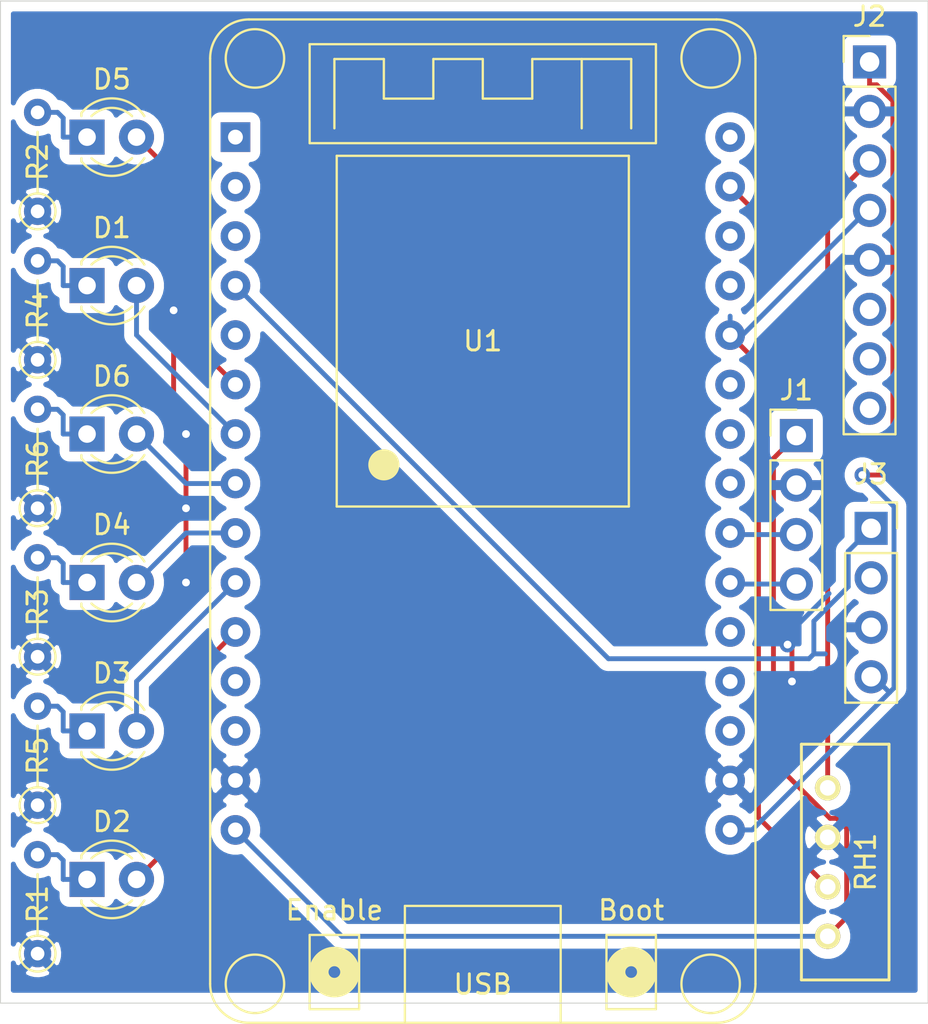
<source format=kicad_pcb>
(kicad_pcb (version 20171130) (host pcbnew "(5.1.10)-1")

  (general
    (thickness 1.6)
    (drawings 4)
    (tracks 98)
    (zones 0)
    (modules 17)
    (nets 40)
  )

  (page A4)
  (layers
    (0 F.Cu signal)
    (31 B.Cu signal)
    (32 B.Adhes user)
    (33 F.Adhes user)
    (34 B.Paste user)
    (35 F.Paste user)
    (36 B.SilkS user)
    (37 F.SilkS user)
    (38 B.Mask user)
    (39 F.Mask user)
    (40 Dwgs.User user)
    (41 Cmts.User user)
    (42 Eco1.User user)
    (43 Eco2.User user)
    (44 Edge.Cuts user)
    (45 Margin user)
    (46 B.CrtYd user)
    (47 F.CrtYd user)
    (48 B.Fab user)
    (49 F.Fab user)
  )

  (setup
    (last_trace_width 0.25)
    (trace_clearance 0.2)
    (zone_clearance 0.508)
    (zone_45_only no)
    (trace_min 0.2)
    (via_size 0.8)
    (via_drill 0.4)
    (via_min_size 0.4)
    (via_min_drill 0.3)
    (uvia_size 0.3)
    (uvia_drill 0.1)
    (uvias_allowed no)
    (uvia_min_size 0.2)
    (uvia_min_drill 0.1)
    (edge_width 0.05)
    (segment_width 0.2)
    (pcb_text_width 0.3)
    (pcb_text_size 1.5 1.5)
    (mod_edge_width 0.12)
    (mod_text_size 1 1)
    (mod_text_width 0.15)
    (pad_size 1.524 1.524)
    (pad_drill 0.762)
    (pad_to_mask_clearance 0)
    (aux_axis_origin 0 0)
    (visible_elements 7FFFFFFF)
    (pcbplotparams
      (layerselection 0x010fc_ffffffff)
      (usegerberextensions false)
      (usegerberattributes true)
      (usegerberadvancedattributes true)
      (creategerberjobfile true)
      (excludeedgelayer true)
      (linewidth 0.100000)
      (plotframeref false)
      (viasonmask false)
      (mode 1)
      (useauxorigin false)
      (hpglpennumber 1)
      (hpglpenspeed 20)
      (hpglpendiameter 15.000000)
      (psnegative false)
      (psa4output false)
      (plotreference true)
      (plotvalue true)
      (plotinvisibletext false)
      (padsonsilk false)
      (subtractmaskfromsilk false)
      (outputformat 1)
      (mirror false)
      (drillshape 0)
      (scaleselection 1)
      (outputdirectory "gerber/"))
  )

  (net 0 "")
  (net 1 "Net-(J1-Pad4)")
  (net 2 "Net-(J1-Pad3)")
  (net 3 "Net-(J2-Pad8)")
  (net 4 "Net-(J2-Pad7)")
  (net 5 "Net-(J2-Pad6)")
  (net 6 scl)
  (net 7 sda)
  (net 8 GND)
  (net 9 +3V3)
  (net 10 +5V)
  (net 11 "Net-(U1-Pad30)")
  (net 12 "Net-(U1-Pad28)")
  (net 13 "Net-(U1-Pad27)")
  (net 14 "Net-(U1-Pad25)")
  (net 15 "Net-(U1-Pad24)")
  (net 16 "Net-(U1-Pad23)")
  (net 17 "Net-(U1-Pad20)")
  (net 18 "Net-(U1-Pad19)")
  (net 19 "Net-(U1-Pad18)")
  (net 20 "Net-(U1-Pad13)")
  (net 21 "Net-(U1-Pad12)")
  (net 22 "Net-(U1-Pad5)")
  (net 23 "Net-(U1-Pad3)")
  (net 24 "Net-(U1-Pad2)")
  (net 25 "Net-(U1-Pad1)")
  (net 26 "Net-(D1-Pad2)")
  (net 27 "Net-(D1-Pad1)")
  (net 28 "Net-(D2-Pad2)")
  (net 29 "Net-(D2-Pad1)")
  (net 30 "Net-(D3-Pad2)")
  (net 31 "Net-(D3-Pad1)")
  (net 32 "Net-(D4-Pad2)")
  (net 33 "Net-(D4-Pad1)")
  (net 34 "Net-(D5-Pad2)")
  (net 35 "Net-(D5-Pad1)")
  (net 36 "Net-(D6-Pad2)")
  (net 37 "Net-(D6-Pad1)")
  (net 38 MQ7A)
  (net 39 "Net-(J3-Pad2)")

  (net_class Default "This is the default net class."
    (clearance 0.2)
    (trace_width 0.25)
    (via_dia 0.8)
    (via_drill 0.4)
    (uvia_dia 0.3)
    (uvia_drill 0.1)
    (add_net +3V3)
    (add_net +5V)
    (add_net GND)
    (add_net MQ7A)
    (add_net "Net-(D1-Pad1)")
    (add_net "Net-(D1-Pad2)")
    (add_net "Net-(D2-Pad1)")
    (add_net "Net-(D2-Pad2)")
    (add_net "Net-(D3-Pad1)")
    (add_net "Net-(D3-Pad2)")
    (add_net "Net-(D4-Pad1)")
    (add_net "Net-(D4-Pad2)")
    (add_net "Net-(D5-Pad1)")
    (add_net "Net-(D5-Pad2)")
    (add_net "Net-(D6-Pad1)")
    (add_net "Net-(D6-Pad2)")
    (add_net "Net-(J1-Pad3)")
    (add_net "Net-(J1-Pad4)")
    (add_net "Net-(J2-Pad6)")
    (add_net "Net-(J2-Pad7)")
    (add_net "Net-(J2-Pad8)")
    (add_net "Net-(J3-Pad2)")
    (add_net "Net-(U1-Pad1)")
    (add_net "Net-(U1-Pad12)")
    (add_net "Net-(U1-Pad13)")
    (add_net "Net-(U1-Pad18)")
    (add_net "Net-(U1-Pad19)")
    (add_net "Net-(U1-Pad2)")
    (add_net "Net-(U1-Pad20)")
    (add_net "Net-(U1-Pad23)")
    (add_net "Net-(U1-Pad24)")
    (add_net "Net-(U1-Pad25)")
    (add_net "Net-(U1-Pad27)")
    (add_net "Net-(U1-Pad28)")
    (add_net "Net-(U1-Pad3)")
    (add_net "Net-(U1-Pad30)")
    (add_net "Net-(U1-Pad5)")
    (add_net scl)
    (add_net sda)
  )

  (module Connector_PinSocket_2.54mm:PinSocket_1x04_P2.54mm_Vertical (layer F.Cu) (tedit 5A19A429) (tstamp 61802A0E)
    (at 174.88 100.09)
    (descr "Through hole straight socket strip, 1x04, 2.54mm pitch, single row (from Kicad 4.0.7), script generated")
    (tags "Through hole socket strip THT 1x04 2.54mm single row")
    (path /6180027A)
    (fp_text reference J3 (at 0 -2.77) (layer F.SilkS)
      (effects (font (size 1 1) (thickness 0.15)))
    )
    (fp_text value Conn_01x04_Female (at 0 10.39 90) (layer F.Fab)
      (effects (font (size 1 1) (thickness 0.15)))
    )
    (fp_line (start -1.27 -1.27) (end 0.635 -1.27) (layer F.Fab) (width 0.1))
    (fp_line (start 0.635 -1.27) (end 1.27 -0.635) (layer F.Fab) (width 0.1))
    (fp_line (start 1.27 -0.635) (end 1.27 8.89) (layer F.Fab) (width 0.1))
    (fp_line (start 1.27 8.89) (end -1.27 8.89) (layer F.Fab) (width 0.1))
    (fp_line (start -1.27 8.89) (end -1.27 -1.27) (layer F.Fab) (width 0.1))
    (fp_line (start -1.33 1.27) (end 1.33 1.27) (layer F.SilkS) (width 0.12))
    (fp_line (start -1.33 1.27) (end -1.33 8.95) (layer F.SilkS) (width 0.12))
    (fp_line (start -1.33 8.95) (end 1.33 8.95) (layer F.SilkS) (width 0.12))
    (fp_line (start 1.33 1.27) (end 1.33 8.95) (layer F.SilkS) (width 0.12))
    (fp_line (start 1.33 -1.33) (end 1.33 0) (layer F.SilkS) (width 0.12))
    (fp_line (start 0 -1.33) (end 1.33 -1.33) (layer F.SilkS) (width 0.12))
    (fp_line (start -1.8 -1.8) (end 1.75 -1.8) (layer F.CrtYd) (width 0.05))
    (fp_line (start 1.75 -1.8) (end 1.75 9.4) (layer F.CrtYd) (width 0.05))
    (fp_line (start 1.75 9.4) (end -1.8 9.4) (layer F.CrtYd) (width 0.05))
    (fp_line (start -1.8 9.4) (end -1.8 -1.8) (layer F.CrtYd) (width 0.05))
    (fp_text user %R (at 0 3.81 90) (layer F.Fab)
      (effects (font (size 1 1) (thickness 0.15)))
    )
    (pad 4 thru_hole oval (at 0 7.62) (size 1.7 1.7) (drill 1) (layers *.Cu *.Mask)
      (net 9 +3V3))
    (pad 3 thru_hole oval (at 0 5.08) (size 1.7 1.7) (drill 1) (layers *.Cu *.Mask)
      (net 8 GND))
    (pad 2 thru_hole oval (at 0 2.54) (size 1.7 1.7) (drill 1) (layers *.Cu *.Mask)
      (net 39 "Net-(J3-Pad2)"))
    (pad 1 thru_hole rect (at 0 0) (size 1.7 1.7) (drill 1) (layers *.Cu *.Mask)
      (net 38 MQ7A))
    (model ${KISYS3DMOD}/Connector_PinSocket_2.54mm.3dshapes/PinSocket_1x04_P2.54mm_Vertical.wrl
      (at (xyz 0 0 0))
      (scale (xyz 1 1 1))
      (rotate (xyz 0 0 0))
    )
  )

  (module Resistor_THT:R_Axial_DIN0204_L3.6mm_D1.6mm_P5.08mm_Vertical (layer F.Cu) (tedit 5AE5139B) (tstamp 617A41DC)
    (at 132.08 99.06 90)
    (descr "Resistor, Axial_DIN0204 series, Axial, Vertical, pin pitch=5.08mm, 0.167W, length*diameter=3.6*1.6mm^2, http://cdn-reichelt.de/documents/datenblatt/B400/1_4W%23YAG.pdf")
    (tags "Resistor Axial_DIN0204 series Axial Vertical pin pitch 5.08mm 0.167W length 3.6mm diameter 1.6mm")
    (path /617BA9D3)
    (fp_text reference R6 (at 2.54 0 90) (layer F.SilkS)
      (effects (font (size 1 1) (thickness 0.15)))
    )
    (fp_text value R (at 2.54 1.92 90) (layer F.Fab)
      (effects (font (size 1 1) (thickness 0.15)))
    )
    (fp_line (start 6.03 -1.05) (end -1.05 -1.05) (layer F.CrtYd) (width 0.05))
    (fp_line (start 6.03 1.05) (end 6.03 -1.05) (layer F.CrtYd) (width 0.05))
    (fp_line (start -1.05 1.05) (end 6.03 1.05) (layer F.CrtYd) (width 0.05))
    (fp_line (start -1.05 -1.05) (end -1.05 1.05) (layer F.CrtYd) (width 0.05))
    (fp_line (start 0.92 0) (end 4.08 0) (layer F.SilkS) (width 0.12))
    (fp_line (start 0 0) (end 5.08 0) (layer F.Fab) (width 0.1))
    (fp_circle (center 0 0) (end 0.92 0) (layer F.SilkS) (width 0.12))
    (fp_circle (center 0 0) (end 0.8 0) (layer F.Fab) (width 0.1))
    (fp_text user %R (at 2.54 0 90) (layer F.Fab)
      (effects (font (size 1 1) (thickness 0.15)))
    )
    (pad 2 thru_hole oval (at 5.08 0 90) (size 1.4 1.4) (drill 0.7) (layers *.Cu *.Mask)
      (net 37 "Net-(D6-Pad1)"))
    (pad 1 thru_hole circle (at 0 0 90) (size 1.4 1.4) (drill 0.7) (layers *.Cu *.Mask)
      (net 8 GND))
    (model ${KISYS3DMOD}/Resistor_THT.3dshapes/R_Axial_DIN0204_L3.6mm_D1.6mm_P5.08mm_Vertical.wrl
      (at (xyz 0 0 0))
      (scale (xyz 1 1 1))
      (rotate (xyz 0 0 0))
    )
  )

  (module LED_THT:LED_D3.0mm (layer F.Cu) (tedit 587A3A7B) (tstamp 617A40DD)
    (at 134.62 95.25)
    (descr "LED, diameter 3.0mm, 2 pins")
    (tags "LED diameter 3.0mm 2 pins")
    (path /617BA7D7)
    (fp_text reference D6 (at 1.27 -2.96) (layer F.SilkS)
      (effects (font (size 1 1) (thickness 0.15)))
    )
    (fp_text value LED (at 1.27 2.96) (layer F.Fab)
      (effects (font (size 1 1) (thickness 0.15)))
    )
    (fp_line (start 3.7 -2.25) (end -1.15 -2.25) (layer F.CrtYd) (width 0.05))
    (fp_line (start 3.7 2.25) (end 3.7 -2.25) (layer F.CrtYd) (width 0.05))
    (fp_line (start -1.15 2.25) (end 3.7 2.25) (layer F.CrtYd) (width 0.05))
    (fp_line (start -1.15 -2.25) (end -1.15 2.25) (layer F.CrtYd) (width 0.05))
    (fp_line (start -0.29 1.08) (end -0.29 1.236) (layer F.SilkS) (width 0.12))
    (fp_line (start -0.29 -1.236) (end -0.29 -1.08) (layer F.SilkS) (width 0.12))
    (fp_line (start -0.23 -1.16619) (end -0.23 1.16619) (layer F.Fab) (width 0.1))
    (fp_circle (center 1.27 0) (end 2.77 0) (layer F.Fab) (width 0.1))
    (fp_arc (start 1.27 0) (end 0.229039 1.08) (angle -87.9) (layer F.SilkS) (width 0.12))
    (fp_arc (start 1.27 0) (end 0.229039 -1.08) (angle 87.9) (layer F.SilkS) (width 0.12))
    (fp_arc (start 1.27 0) (end -0.29 1.235516) (angle -108.8) (layer F.SilkS) (width 0.12))
    (fp_arc (start 1.27 0) (end -0.29 -1.235516) (angle 108.8) (layer F.SilkS) (width 0.12))
    (fp_arc (start 1.27 0) (end -0.23 -1.16619) (angle 284.3) (layer F.Fab) (width 0.1))
    (pad 2 thru_hole circle (at 2.54 0) (size 1.8 1.8) (drill 0.9) (layers *.Cu *.Mask)
      (net 36 "Net-(D6-Pad2)"))
    (pad 1 thru_hole rect (at 0 0) (size 1.8 1.8) (drill 0.9) (layers *.Cu *.Mask)
      (net 37 "Net-(D6-Pad1)"))
    (model ${KISYS3DMOD}/LED_THT.3dshapes/LED_D3.0mm.wrl
      (at (xyz 0 0 0))
      (scale (xyz 1 1 1))
      (rotate (xyz 0 0 0))
    )
  )

  (module Resistor_THT:R_Axial_DIN0204_L3.6mm_D1.6mm_P5.08mm_Vertical (layer F.Cu) (tedit 5AE5139B) (tstamp 617A3931)
    (at 132.08 114.3 90)
    (descr "Resistor, Axial_DIN0204 series, Axial, Vertical, pin pitch=5.08mm, 0.167W, length*diameter=3.6*1.6mm^2, http://cdn-reichelt.de/documents/datenblatt/B400/1_4W%23YAG.pdf")
    (tags "Resistor Axial_DIN0204 series Axial Vertical pin pitch 5.08mm 0.167W length 3.6mm diameter 1.6mm")
    (path /617A935C)
    (fp_text reference R5 (at 2.54 0 90) (layer F.SilkS)
      (effects (font (size 1 1) (thickness 0.15)))
    )
    (fp_text value R (at 2.54 1.92 90) (layer F.Fab)
      (effects (font (size 1 1) (thickness 0.15)))
    )
    (fp_line (start 6.03 -1.05) (end -1.05 -1.05) (layer F.CrtYd) (width 0.05))
    (fp_line (start 6.03 1.05) (end 6.03 -1.05) (layer F.CrtYd) (width 0.05))
    (fp_line (start -1.05 1.05) (end 6.03 1.05) (layer F.CrtYd) (width 0.05))
    (fp_line (start -1.05 -1.05) (end -1.05 1.05) (layer F.CrtYd) (width 0.05))
    (fp_line (start 0.92 0) (end 4.08 0) (layer F.SilkS) (width 0.12))
    (fp_line (start 0 0) (end 5.08 0) (layer F.Fab) (width 0.1))
    (fp_circle (center 0 0) (end 0.92 0) (layer F.SilkS) (width 0.12))
    (fp_circle (center 0 0) (end 0.8 0) (layer F.Fab) (width 0.1))
    (fp_text user %R (at 2.54 0 90) (layer F.Fab)
      (effects (font (size 1 1) (thickness 0.15)))
    )
    (pad 2 thru_hole oval (at 5.08 0 90) (size 1.4 1.4) (drill 0.7) (layers *.Cu *.Mask)
      (net 31 "Net-(D3-Pad1)"))
    (pad 1 thru_hole circle (at 0 0 90) (size 1.4 1.4) (drill 0.7) (layers *.Cu *.Mask)
      (net 8 GND))
    (model ${KISYS3DMOD}/Resistor_THT.3dshapes/R_Axial_DIN0204_L3.6mm_D1.6mm_P5.08mm_Vertical.wrl
      (at (xyz 0 0 0))
      (scale (xyz 1 1 1))
      (rotate (xyz 0 0 0))
    )
  )

  (module Resistor_THT:R_Axial_DIN0204_L3.6mm_D1.6mm_P5.08mm_Vertical (layer F.Cu) (tedit 5AE5139B) (tstamp 617A3922)
    (at 132.08 91.44 90)
    (descr "Resistor, Axial_DIN0204 series, Axial, Vertical, pin pitch=5.08mm, 0.167W, length*diameter=3.6*1.6mm^2, http://cdn-reichelt.de/documents/datenblatt/B400/1_4W%23YAG.pdf")
    (tags "Resistor Axial_DIN0204 series Axial Vertical pin pitch 5.08mm 0.167W length 3.6mm diameter 1.6mm")
    (path /617A9DA3)
    (fp_text reference R4 (at 2.54 0 90) (layer F.SilkS)
      (effects (font (size 1 1) (thickness 0.15)))
    )
    (fp_text value R (at 2.54 1.92 90) (layer F.Fab)
      (effects (font (size 1 1) (thickness 0.15)))
    )
    (fp_line (start 6.03 -1.05) (end -1.05 -1.05) (layer F.CrtYd) (width 0.05))
    (fp_line (start 6.03 1.05) (end 6.03 -1.05) (layer F.CrtYd) (width 0.05))
    (fp_line (start -1.05 1.05) (end 6.03 1.05) (layer F.CrtYd) (width 0.05))
    (fp_line (start -1.05 -1.05) (end -1.05 1.05) (layer F.CrtYd) (width 0.05))
    (fp_line (start 0.92 0) (end 4.08 0) (layer F.SilkS) (width 0.12))
    (fp_line (start 0 0) (end 5.08 0) (layer F.Fab) (width 0.1))
    (fp_circle (center 0 0) (end 0.92 0) (layer F.SilkS) (width 0.12))
    (fp_circle (center 0 0) (end 0.8 0) (layer F.Fab) (width 0.1))
    (fp_text user %R (at 2.54 0 90) (layer F.Fab)
      (effects (font (size 1 1) (thickness 0.15)))
    )
    (pad 2 thru_hole oval (at 5.08 0 90) (size 1.4 1.4) (drill 0.7) (layers *.Cu *.Mask)
      (net 27 "Net-(D1-Pad1)"))
    (pad 1 thru_hole circle (at 0 0 90) (size 1.4 1.4) (drill 0.7) (layers *.Cu *.Mask)
      (net 8 GND))
    (model ${KISYS3DMOD}/Resistor_THT.3dshapes/R_Axial_DIN0204_L3.6mm_D1.6mm_P5.08mm_Vertical.wrl
      (at (xyz 0 0 0))
      (scale (xyz 1 1 1))
      (rotate (xyz 0 0 0))
    )
  )

  (module Resistor_THT:R_Axial_DIN0204_L3.6mm_D1.6mm_P5.08mm_Vertical (layer F.Cu) (tedit 5AE5139B) (tstamp 617A3913)
    (at 132.08 106.68 90)
    (descr "Resistor, Axial_DIN0204 series, Axial, Vertical, pin pitch=5.08mm, 0.167W, length*diameter=3.6*1.6mm^2, http://cdn-reichelt.de/documents/datenblatt/B400/1_4W%23YAG.pdf")
    (tags "Resistor Axial_DIN0204 series Axial Vertical pin pitch 5.08mm 0.167W length 3.6mm diameter 1.6mm")
    (path /617A8F1D)
    (fp_text reference R3 (at 2.54 0 90) (layer F.SilkS)
      (effects (font (size 1 1) (thickness 0.15)))
    )
    (fp_text value R (at 2.54 1.92 90) (layer F.Fab)
      (effects (font (size 1 1) (thickness 0.15)))
    )
    (fp_line (start 6.03 -1.05) (end -1.05 -1.05) (layer F.CrtYd) (width 0.05))
    (fp_line (start 6.03 1.05) (end 6.03 -1.05) (layer F.CrtYd) (width 0.05))
    (fp_line (start -1.05 1.05) (end 6.03 1.05) (layer F.CrtYd) (width 0.05))
    (fp_line (start -1.05 -1.05) (end -1.05 1.05) (layer F.CrtYd) (width 0.05))
    (fp_line (start 0.92 0) (end 4.08 0) (layer F.SilkS) (width 0.12))
    (fp_line (start 0 0) (end 5.08 0) (layer F.Fab) (width 0.1))
    (fp_circle (center 0 0) (end 0.92 0) (layer F.SilkS) (width 0.12))
    (fp_circle (center 0 0) (end 0.8 0) (layer F.Fab) (width 0.1))
    (fp_text user %R (at 2.54 0 90) (layer F.Fab)
      (effects (font (size 1 1) (thickness 0.15)))
    )
    (pad 2 thru_hole oval (at 5.08 0 90) (size 1.4 1.4) (drill 0.7) (layers *.Cu *.Mask)
      (net 33 "Net-(D4-Pad1)"))
    (pad 1 thru_hole circle (at 0 0 90) (size 1.4 1.4) (drill 0.7) (layers *.Cu *.Mask)
      (net 8 GND))
    (model ${KISYS3DMOD}/Resistor_THT.3dshapes/R_Axial_DIN0204_L3.6mm_D1.6mm_P5.08mm_Vertical.wrl
      (at (xyz 0 0 0))
      (scale (xyz 1 1 1))
      (rotate (xyz 0 0 0))
    )
  )

  (module Resistor_THT:R_Axial_DIN0204_L3.6mm_D1.6mm_P5.08mm_Vertical (layer F.Cu) (tedit 5AE5139B) (tstamp 617A3904)
    (at 132.08 83.82 90)
    (descr "Resistor, Axial_DIN0204 series, Axial, Vertical, pin pitch=5.08mm, 0.167W, length*diameter=3.6*1.6mm^2, http://cdn-reichelt.de/documents/datenblatt/B400/1_4W%23YAG.pdf")
    (tags "Resistor Axial_DIN0204 series Axial Vertical pin pitch 5.08mm 0.167W length 3.6mm diameter 1.6mm")
    (path /617A99AE)
    (fp_text reference R2 (at 2.54 0 90) (layer F.SilkS)
      (effects (font (size 1 1) (thickness 0.15)))
    )
    (fp_text value R (at 2.54 1.92 90) (layer F.Fab)
      (effects (font (size 1 1) (thickness 0.15)))
    )
    (fp_line (start 6.03 -1.05) (end -1.05 -1.05) (layer F.CrtYd) (width 0.05))
    (fp_line (start 6.03 1.05) (end 6.03 -1.05) (layer F.CrtYd) (width 0.05))
    (fp_line (start -1.05 1.05) (end 6.03 1.05) (layer F.CrtYd) (width 0.05))
    (fp_line (start -1.05 -1.05) (end -1.05 1.05) (layer F.CrtYd) (width 0.05))
    (fp_line (start 0.92 0) (end 4.08 0) (layer F.SilkS) (width 0.12))
    (fp_line (start 0 0) (end 5.08 0) (layer F.Fab) (width 0.1))
    (fp_circle (center 0 0) (end 0.92 0) (layer F.SilkS) (width 0.12))
    (fp_circle (center 0 0) (end 0.8 0) (layer F.Fab) (width 0.1))
    (fp_text user %R (at 2.54 0 90) (layer F.Fab)
      (effects (font (size 1 1) (thickness 0.15)))
    )
    (pad 2 thru_hole oval (at 5.08 0 90) (size 1.4 1.4) (drill 0.7) (layers *.Cu *.Mask)
      (net 35 "Net-(D5-Pad1)"))
    (pad 1 thru_hole circle (at 0 0 90) (size 1.4 1.4) (drill 0.7) (layers *.Cu *.Mask)
      (net 8 GND))
    (model ${KISYS3DMOD}/Resistor_THT.3dshapes/R_Axial_DIN0204_L3.6mm_D1.6mm_P5.08mm_Vertical.wrl
      (at (xyz 0 0 0))
      (scale (xyz 1 1 1))
      (rotate (xyz 0 0 0))
    )
  )

  (module Resistor_THT:R_Axial_DIN0204_L3.6mm_D1.6mm_P5.08mm_Vertical (layer F.Cu) (tedit 5AE5139B) (tstamp 617A38F5)
    (at 132.08 121.92 90)
    (descr "Resistor, Axial_DIN0204 series, Axial, Vertical, pin pitch=5.08mm, 0.167W, length*diameter=3.6*1.6mm^2, http://cdn-reichelt.de/documents/datenblatt/B400/1_4W%23YAG.pdf")
    (tags "Resistor Axial_DIN0204 series Axial Vertical pin pitch 5.08mm 0.167W length 3.6mm diameter 1.6mm")
    (path /617AA15B)
    (fp_text reference R1 (at 2.54 0 90) (layer F.SilkS)
      (effects (font (size 1 1) (thickness 0.15)))
    )
    (fp_text value R (at 2.54 1.92 90) (layer F.Fab)
      (effects (font (size 1 1) (thickness 0.15)))
    )
    (fp_line (start 6.03 -1.05) (end -1.05 -1.05) (layer F.CrtYd) (width 0.05))
    (fp_line (start 6.03 1.05) (end 6.03 -1.05) (layer F.CrtYd) (width 0.05))
    (fp_line (start -1.05 1.05) (end 6.03 1.05) (layer F.CrtYd) (width 0.05))
    (fp_line (start -1.05 -1.05) (end -1.05 1.05) (layer F.CrtYd) (width 0.05))
    (fp_line (start 0.92 0) (end 4.08 0) (layer F.SilkS) (width 0.12))
    (fp_line (start 0 0) (end 5.08 0) (layer F.Fab) (width 0.1))
    (fp_circle (center 0 0) (end 0.92 0) (layer F.SilkS) (width 0.12))
    (fp_circle (center 0 0) (end 0.8 0) (layer F.Fab) (width 0.1))
    (fp_text user %R (at 2.54 0 90) (layer F.Fab)
      (effects (font (size 1 1) (thickness 0.15)))
    )
    (pad 2 thru_hole oval (at 5.08 0 90) (size 1.4 1.4) (drill 0.7) (layers *.Cu *.Mask)
      (net 29 "Net-(D2-Pad1)"))
    (pad 1 thru_hole circle (at 0 0 90) (size 1.4 1.4) (drill 0.7) (layers *.Cu *.Mask)
      (net 8 GND))
    (model ${KISYS3DMOD}/Resistor_THT.3dshapes/R_Axial_DIN0204_L3.6mm_D1.6mm_P5.08mm_Vertical.wrl
      (at (xyz 0 0 0))
      (scale (xyz 1 1 1))
      (rotate (xyz 0 0 0))
    )
  )

  (module LED_THT:LED_D3.0mm (layer F.Cu) (tedit 587A3A7B) (tstamp 617A3882)
    (at 134.62 80.01)
    (descr "LED, diameter 3.0mm, 2 pins")
    (tags "LED diameter 3.0mm 2 pins")
    (path /617A5C04)
    (fp_text reference D5 (at 1.27 -2.96) (layer F.SilkS)
      (effects (font (size 1 1) (thickness 0.15)))
    )
    (fp_text value LED (at 1.27 2.96) (layer F.Fab)
      (effects (font (size 1 1) (thickness 0.15)))
    )
    (fp_line (start 3.7 -2.25) (end -1.15 -2.25) (layer F.CrtYd) (width 0.05))
    (fp_line (start 3.7 2.25) (end 3.7 -2.25) (layer F.CrtYd) (width 0.05))
    (fp_line (start -1.15 2.25) (end 3.7 2.25) (layer F.CrtYd) (width 0.05))
    (fp_line (start -1.15 -2.25) (end -1.15 2.25) (layer F.CrtYd) (width 0.05))
    (fp_line (start -0.29 1.08) (end -0.29 1.236) (layer F.SilkS) (width 0.12))
    (fp_line (start -0.29 -1.236) (end -0.29 -1.08) (layer F.SilkS) (width 0.12))
    (fp_line (start -0.23 -1.16619) (end -0.23 1.16619) (layer F.Fab) (width 0.1))
    (fp_circle (center 1.27 0) (end 2.77 0) (layer F.Fab) (width 0.1))
    (fp_arc (start 1.27 0) (end 0.229039 1.08) (angle -87.9) (layer F.SilkS) (width 0.12))
    (fp_arc (start 1.27 0) (end 0.229039 -1.08) (angle 87.9) (layer F.SilkS) (width 0.12))
    (fp_arc (start 1.27 0) (end -0.29 1.235516) (angle -108.8) (layer F.SilkS) (width 0.12))
    (fp_arc (start 1.27 0) (end -0.29 -1.235516) (angle 108.8) (layer F.SilkS) (width 0.12))
    (fp_arc (start 1.27 0) (end -0.23 -1.16619) (angle 284.3) (layer F.Fab) (width 0.1))
    (pad 2 thru_hole circle (at 2.54 0) (size 1.8 1.8) (drill 0.9) (layers *.Cu *.Mask)
      (net 34 "Net-(D5-Pad2)"))
    (pad 1 thru_hole rect (at 0 0) (size 1.8 1.8) (drill 0.9) (layers *.Cu *.Mask)
      (net 35 "Net-(D5-Pad1)"))
    (model ${KISYS3DMOD}/LED_THT.3dshapes/LED_D3.0mm.wrl
      (at (xyz 0 0 0))
      (scale (xyz 1 1 1))
      (rotate (xyz 0 0 0))
    )
  )

  (module LED_THT:LED_D3.0mm (layer F.Cu) (tedit 587A3A7B) (tstamp 617A386F)
    (at 134.62 102.87)
    (descr "LED, diameter 3.0mm, 2 pins")
    (tags "LED diameter 3.0mm 2 pins")
    (path /617A670E)
    (fp_text reference D4 (at 1.27 -2.96) (layer F.SilkS)
      (effects (font (size 1 1) (thickness 0.15)))
    )
    (fp_text value LED (at 1.27 2.96) (layer F.Fab)
      (effects (font (size 1 1) (thickness 0.15)))
    )
    (fp_line (start 3.7 -2.25) (end -1.15 -2.25) (layer F.CrtYd) (width 0.05))
    (fp_line (start 3.7 2.25) (end 3.7 -2.25) (layer F.CrtYd) (width 0.05))
    (fp_line (start -1.15 2.25) (end 3.7 2.25) (layer F.CrtYd) (width 0.05))
    (fp_line (start -1.15 -2.25) (end -1.15 2.25) (layer F.CrtYd) (width 0.05))
    (fp_line (start -0.29 1.08) (end -0.29 1.236) (layer F.SilkS) (width 0.12))
    (fp_line (start -0.29 -1.236) (end -0.29 -1.08) (layer F.SilkS) (width 0.12))
    (fp_line (start -0.23 -1.16619) (end -0.23 1.16619) (layer F.Fab) (width 0.1))
    (fp_circle (center 1.27 0) (end 2.77 0) (layer F.Fab) (width 0.1))
    (fp_arc (start 1.27 0) (end 0.229039 1.08) (angle -87.9) (layer F.SilkS) (width 0.12))
    (fp_arc (start 1.27 0) (end 0.229039 -1.08) (angle 87.9) (layer F.SilkS) (width 0.12))
    (fp_arc (start 1.27 0) (end -0.29 1.235516) (angle -108.8) (layer F.SilkS) (width 0.12))
    (fp_arc (start 1.27 0) (end -0.29 -1.235516) (angle 108.8) (layer F.SilkS) (width 0.12))
    (fp_arc (start 1.27 0) (end -0.23 -1.16619) (angle 284.3) (layer F.Fab) (width 0.1))
    (pad 2 thru_hole circle (at 2.54 0) (size 1.8 1.8) (drill 0.9) (layers *.Cu *.Mask)
      (net 32 "Net-(D4-Pad2)"))
    (pad 1 thru_hole rect (at 0 0) (size 1.8 1.8) (drill 0.9) (layers *.Cu *.Mask)
      (net 33 "Net-(D4-Pad1)"))
    (model ${KISYS3DMOD}/LED_THT.3dshapes/LED_D3.0mm.wrl
      (at (xyz 0 0 0))
      (scale (xyz 1 1 1))
      (rotate (xyz 0 0 0))
    )
  )

  (module LED_THT:LED_D3.0mm (layer F.Cu) (tedit 587A3A7B) (tstamp 617A385C)
    (at 134.62 110.49)
    (descr "LED, diameter 3.0mm, 2 pins")
    (tags "LED diameter 3.0mm 2 pins")
    (path /617A634F)
    (fp_text reference D3 (at 1.27 -2.96) (layer F.SilkS)
      (effects (font (size 1 1) (thickness 0.15)))
    )
    (fp_text value LED (at 1.27 2.96) (layer F.Fab)
      (effects (font (size 1 1) (thickness 0.15)))
    )
    (fp_line (start 3.7 -2.25) (end -1.15 -2.25) (layer F.CrtYd) (width 0.05))
    (fp_line (start 3.7 2.25) (end 3.7 -2.25) (layer F.CrtYd) (width 0.05))
    (fp_line (start -1.15 2.25) (end 3.7 2.25) (layer F.CrtYd) (width 0.05))
    (fp_line (start -1.15 -2.25) (end -1.15 2.25) (layer F.CrtYd) (width 0.05))
    (fp_line (start -0.29 1.08) (end -0.29 1.236) (layer F.SilkS) (width 0.12))
    (fp_line (start -0.29 -1.236) (end -0.29 -1.08) (layer F.SilkS) (width 0.12))
    (fp_line (start -0.23 -1.16619) (end -0.23 1.16619) (layer F.Fab) (width 0.1))
    (fp_circle (center 1.27 0) (end 2.77 0) (layer F.Fab) (width 0.1))
    (fp_arc (start 1.27 0) (end 0.229039 1.08) (angle -87.9) (layer F.SilkS) (width 0.12))
    (fp_arc (start 1.27 0) (end 0.229039 -1.08) (angle 87.9) (layer F.SilkS) (width 0.12))
    (fp_arc (start 1.27 0) (end -0.29 1.235516) (angle -108.8) (layer F.SilkS) (width 0.12))
    (fp_arc (start 1.27 0) (end -0.29 -1.235516) (angle 108.8) (layer F.SilkS) (width 0.12))
    (fp_arc (start 1.27 0) (end -0.23 -1.16619) (angle 284.3) (layer F.Fab) (width 0.1))
    (pad 2 thru_hole circle (at 2.54 0) (size 1.8 1.8) (drill 0.9) (layers *.Cu *.Mask)
      (net 30 "Net-(D3-Pad2)"))
    (pad 1 thru_hole rect (at 0 0) (size 1.8 1.8) (drill 0.9) (layers *.Cu *.Mask)
      (net 31 "Net-(D3-Pad1)"))
    (model ${KISYS3DMOD}/LED_THT.3dshapes/LED_D3.0mm.wrl
      (at (xyz 0 0 0))
      (scale (xyz 1 1 1))
      (rotate (xyz 0 0 0))
    )
  )

  (module LED_THT:LED_D3.0mm (layer F.Cu) (tedit 587A3A7B) (tstamp 617A3849)
    (at 134.62 118.11)
    (descr "LED, diameter 3.0mm, 2 pins")
    (tags "LED diameter 3.0mm 2 pins")
    (path /617A55E0)
    (fp_text reference D2 (at 1.27 -2.96) (layer F.SilkS)
      (effects (font (size 1 1) (thickness 0.15)))
    )
    (fp_text value LED (at 1.27 2.96) (layer F.Fab)
      (effects (font (size 1 1) (thickness 0.15)))
    )
    (fp_line (start 3.7 -2.25) (end -1.15 -2.25) (layer F.CrtYd) (width 0.05))
    (fp_line (start 3.7 2.25) (end 3.7 -2.25) (layer F.CrtYd) (width 0.05))
    (fp_line (start -1.15 2.25) (end 3.7 2.25) (layer F.CrtYd) (width 0.05))
    (fp_line (start -1.15 -2.25) (end -1.15 2.25) (layer F.CrtYd) (width 0.05))
    (fp_line (start -0.29 1.08) (end -0.29 1.236) (layer F.SilkS) (width 0.12))
    (fp_line (start -0.29 -1.236) (end -0.29 -1.08) (layer F.SilkS) (width 0.12))
    (fp_line (start -0.23 -1.16619) (end -0.23 1.16619) (layer F.Fab) (width 0.1))
    (fp_circle (center 1.27 0) (end 2.77 0) (layer F.Fab) (width 0.1))
    (fp_arc (start 1.27 0) (end 0.229039 1.08) (angle -87.9) (layer F.SilkS) (width 0.12))
    (fp_arc (start 1.27 0) (end 0.229039 -1.08) (angle 87.9) (layer F.SilkS) (width 0.12))
    (fp_arc (start 1.27 0) (end -0.29 1.235516) (angle -108.8) (layer F.SilkS) (width 0.12))
    (fp_arc (start 1.27 0) (end -0.29 -1.235516) (angle 108.8) (layer F.SilkS) (width 0.12))
    (fp_arc (start 1.27 0) (end -0.23 -1.16619) (angle 284.3) (layer F.Fab) (width 0.1))
    (pad 2 thru_hole circle (at 2.54 0) (size 1.8 1.8) (drill 0.9) (layers *.Cu *.Mask)
      (net 28 "Net-(D2-Pad2)"))
    (pad 1 thru_hole rect (at 0 0) (size 1.8 1.8) (drill 0.9) (layers *.Cu *.Mask)
      (net 29 "Net-(D2-Pad1)"))
    (model ${KISYS3DMOD}/LED_THT.3dshapes/LED_D3.0mm.wrl
      (at (xyz 0 0 0))
      (scale (xyz 1 1 1))
      (rotate (xyz 0 0 0))
    )
  )

  (module LED_THT:LED_D3.0mm (layer F.Cu) (tedit 587A3A7B) (tstamp 617A3836)
    (at 134.62 87.63)
    (descr "LED, diameter 3.0mm, 2 pins")
    (tags "LED diameter 3.0mm 2 pins")
    (path /617A4776)
    (fp_text reference D1 (at 1.27 -2.96) (layer F.SilkS)
      (effects (font (size 1 1) (thickness 0.15)))
    )
    (fp_text value LED (at 1.27 2.96) (layer F.Fab)
      (effects (font (size 1 1) (thickness 0.15)))
    )
    (fp_line (start 3.7 -2.25) (end -1.15 -2.25) (layer F.CrtYd) (width 0.05))
    (fp_line (start 3.7 2.25) (end 3.7 -2.25) (layer F.CrtYd) (width 0.05))
    (fp_line (start -1.15 2.25) (end 3.7 2.25) (layer F.CrtYd) (width 0.05))
    (fp_line (start -1.15 -2.25) (end -1.15 2.25) (layer F.CrtYd) (width 0.05))
    (fp_line (start -0.29 1.08) (end -0.29 1.236) (layer F.SilkS) (width 0.12))
    (fp_line (start -0.29 -1.236) (end -0.29 -1.08) (layer F.SilkS) (width 0.12))
    (fp_line (start -0.23 -1.16619) (end -0.23 1.16619) (layer F.Fab) (width 0.1))
    (fp_circle (center 1.27 0) (end 2.77 0) (layer F.Fab) (width 0.1))
    (fp_arc (start 1.27 0) (end 0.229039 1.08) (angle -87.9) (layer F.SilkS) (width 0.12))
    (fp_arc (start 1.27 0) (end 0.229039 -1.08) (angle 87.9) (layer F.SilkS) (width 0.12))
    (fp_arc (start 1.27 0) (end -0.29 1.235516) (angle -108.8) (layer F.SilkS) (width 0.12))
    (fp_arc (start 1.27 0) (end -0.29 -1.235516) (angle 108.8) (layer F.SilkS) (width 0.12))
    (fp_arc (start 1.27 0) (end -0.23 -1.16619) (angle 284.3) (layer F.Fab) (width 0.1))
    (pad 2 thru_hole circle (at 2.54 0) (size 1.8 1.8) (drill 0.9) (layers *.Cu *.Mask)
      (net 26 "Net-(D1-Pad2)"))
    (pad 1 thru_hole rect (at 0 0) (size 1.8 1.8) (drill 0.9) (layers *.Cu *.Mask)
      (net 27 "Net-(D1-Pad1)"))
    (model ${KISYS3DMOD}/LED_THT.3dshapes/LED_D3.0mm.wrl
      (at (xyz 0 0 0))
      (scale (xyz 1 1 1))
      (rotate (xyz 0 0 0))
    )
  )

  (module esp32_devkit_v1_doit:esp32_devkit_v1_doit (layer F.Cu) (tedit 5F4BBE44) (tstamp 617A342D)
    (at 154.94 80.01)
    (descr "ESPWROOM32, ESP32, 30 GPIOs version")
    (path /617916ED)
    (attr smd)
    (fp_text reference U1 (at 0 10.47) (layer F.SilkS)
      (effects (font (size 1 1) (thickness 0.15)))
    )
    (fp_text value ESP32_DevKit_V1_DOIT (at 0 8.7) (layer F.Fab)
      (effects (font (size 1 1) (thickness 0.15)))
    )
    (fp_circle (center 7.62 42.855) (end 7.92 42.855) (layer F.SilkS) (width 1))
    (fp_circle (center -7.62 42.855) (end -7.32 42.855) (layer F.SilkS) (width 1))
    (fp_line (start -6.35 40.95) (end -6.35 44.76) (layer F.SilkS) (width 0.12))
    (fp_line (start -8.89 40.95) (end -6.35 40.95) (layer F.SilkS) (width 0.12))
    (fp_line (start -8.89 44.76) (end -8.89 40.95) (layer F.SilkS) (width 0.12))
    (fp_line (start -6.35 44.76) (end -8.89 44.76) (layer F.SilkS) (width 0.12))
    (fp_line (start 6.35 44.76) (end 6.35 40.95) (layer F.SilkS) (width 0.12))
    (fp_line (start 8.89 44.76) (end 6.35 44.76) (layer F.SilkS) (width 0.12))
    (fp_line (start 8.89 40.95) (end 8.89 44.76) (layer F.SilkS) (width 0.12))
    (fp_line (start 6.35 40.95) (end 8.89 40.95) (layer F.SilkS) (width 0.12))
    (fp_circle (center -5.08 16.82) (end -4.68 16.82) (layer F.SilkS) (width 0.8))
    (fp_line (start -7.5 18.96) (end -7.5 0.96) (layer F.SilkS) (width 0.12))
    (fp_line (start 7.5 18.96) (end -7.5 18.96) (layer F.SilkS) (width 0.12))
    (fp_line (start 7.5 0.96) (end 7.5 18.96) (layer F.SilkS) (width 0.12))
    (fp_line (start -7.5 0.96) (end 7.5 0.96) (layer F.SilkS) (width 0.12))
    (fp_line (start 5.08 -4.008) (end 5.08 -0.452) (layer F.SilkS) (width 0.12))
    (fp_line (start 7.62 -4.008) (end 7.62 -0.452) (layer F.SilkS) (width 0.12))
    (fp_line (start 2.54 -4.008) (end 7.62 -4.008) (layer F.SilkS) (width 0.12))
    (fp_line (start 2.54 -1.976) (end 2.54 -4.008) (layer F.SilkS) (width 0.12))
    (fp_line (start 0 -1.976) (end 2.54 -1.976) (layer F.SilkS) (width 0.12))
    (fp_line (start 0 -4.008) (end 0 -1.976) (layer F.SilkS) (width 0.12))
    (fp_line (start -2.54 -4.008) (end 0 -4.008) (layer F.SilkS) (width 0.12))
    (fp_line (start -2.54 -1.976) (end -2.54 -4.008) (layer F.SilkS) (width 0.12))
    (fp_line (start -5.08 -1.976) (end -2.54 -1.976) (layer F.SilkS) (width 0.12))
    (fp_line (start -5.08 -4.008) (end -5.08 -1.976) (layer F.SilkS) (width 0.12))
    (fp_line (start -7.62 -4.008) (end -5.08 -4.008) (layer F.SilkS) (width 0.12))
    (fp_line (start -7.62 -0.452) (end -7.62 -4.008) (layer F.SilkS) (width 0.12))
    (fp_line (start -8.89 0.31) (end -8.89 -4.77) (layer F.SilkS) (width 0.12))
    (fp_line (start 8.89 0.31) (end -8.89 0.31) (layer F.SilkS) (width 0.12))
    (fp_line (start 8.89 -4.77) (end 8.89 0.31) (layer F.SilkS) (width 0.12))
    (fp_line (start -8.89 -4.77) (end 8.89 -4.77) (layer F.SilkS) (width 0.12))
    (fp_line (start -4 39.46) (end 4 39.46) (layer F.SilkS) (width 0.12))
    (fp_line (start 4 39.46) (end 4 45.46) (layer F.SilkS) (width 0.12))
    (fp_line (start -4 39.46) (end -4 45.46) (layer F.SilkS) (width 0.12))
    (fp_circle (center 11.7 43.46) (end 13.2 43.46) (layer F.SilkS) (width 0.12))
    (fp_circle (center -11.7 43.46) (end -10.2 43.46) (layer F.SilkS) (width 0.12))
    (fp_line (start -12 -6.04) (end 12 -6.04) (layer F.SilkS) (width 0.12))
    (fp_line (start -12 45.46) (end 12 45.46) (layer F.SilkS) (width 0.12))
    (fp_line (start -14 -4.04) (end -14 43.46) (layer F.SilkS) (width 0.12))
    (fp_line (start 14 43.46) (end 14 -4.04) (layer F.SilkS) (width 0.12))
    (fp_circle (center 11.7 -4.04) (end 13.2 -4.04) (layer F.SilkS) (width 0.12))
    (fp_circle (center -11.7 -4.04) (end -10.2 -4.04) (layer F.SilkS) (width 0.12))
    (fp_arc (start 12 43.46) (end 12 45.46) (angle -90) (layer F.SilkS) (width 0.12))
    (fp_arc (start -12 43.46) (end -14 43.46) (angle -90) (layer F.SilkS) (width 0.12))
    (fp_arc (start -12 -4.04) (end -12 -6.04) (angle -90) (layer F.SilkS) (width 0.12))
    (fp_arc (start 12 -4.04) (end 14 -4.04) (angle -90) (layer F.SilkS) (width 0.12))
    (fp_text user Enable (at -7.62 39.68) (layer F.SilkS)
      (effects (font (size 1 1) (thickness 0.15)))
    )
    (fp_text user Boot (at 7.62 39.68) (layer F.SilkS)
      (effects (font (size 1 1) (thickness 0.15)))
    )
    (fp_text user USB (at 0 43.49) (layer F.SilkS)
      (effects (font (size 1 1) (thickness 0.15)))
    )
    (pad 30 thru_hole circle (at 12.7 0) (size 1.524 1.524) (drill 0.762) (layers *.Cu *.Mask)
      (net 11 "Net-(U1-Pad30)"))
    (pad 29 thru_hole circle (at 12.7 2.54) (size 1.524 1.524) (drill 0.762) (layers *.Cu *.Mask)
      (net 6 scl))
    (pad 28 thru_hole circle (at 12.7 5.08) (size 1.524 1.524) (drill 0.762) (layers *.Cu *.Mask)
      (net 12 "Net-(U1-Pad28)"))
    (pad 27 thru_hole circle (at 12.7 7.62) (size 1.524 1.524) (drill 0.762) (layers *.Cu *.Mask)
      (net 13 "Net-(U1-Pad27)"))
    (pad 26 thru_hole circle (at 12.7 10.16) (size 1.524 1.524) (drill 0.762) (layers *.Cu *.Mask)
      (net 7 sda))
    (pad 25 thru_hole circle (at 12.7 12.7) (size 1.524 1.524) (drill 0.762) (layers *.Cu *.Mask)
      (net 14 "Net-(U1-Pad25)"))
    (pad 24 thru_hole circle (at 12.7 15.24) (size 1.524 1.524) (drill 0.762) (layers *.Cu *.Mask)
      (net 15 "Net-(U1-Pad24)"))
    (pad 23 thru_hole circle (at 12.7 17.78) (size 1.524 1.524) (drill 0.762) (layers *.Cu *.Mask)
      (net 16 "Net-(U1-Pad23)"))
    (pad 22 thru_hole circle (at 12.7 20.32) (size 1.524 1.524) (drill 0.762) (layers *.Cu *.Mask)
      (net 2 "Net-(J1-Pad3)"))
    (pad 21 thru_hole circle (at 12.7 22.86) (size 1.524 1.524) (drill 0.762) (layers *.Cu *.Mask)
      (net 1 "Net-(J1-Pad4)"))
    (pad 20 thru_hole circle (at 12.7 25.4) (size 1.524 1.524) (drill 0.762) (layers *.Cu *.Mask)
      (net 17 "Net-(U1-Pad20)"))
    (pad 19 thru_hole circle (at 12.7 27.94) (size 1.524 1.524) (drill 0.762) (layers *.Cu *.Mask)
      (net 18 "Net-(U1-Pad19)"))
    (pad 18 thru_hole circle (at 12.7 30.48) (size 1.524 1.524) (drill 0.762) (layers *.Cu *.Mask)
      (net 19 "Net-(U1-Pad18)"))
    (pad 17 thru_hole circle (at 12.7 33.02) (size 1.524 1.524) (drill 0.762) (layers *.Cu *.Mask)
      (net 8 GND))
    (pad 16 thru_hole circle (at 12.7 35.56) (size 1.524 1.524) (drill 0.762) (layers *.Cu *.Mask)
      (net 9 +3V3))
    (pad 15 thru_hole circle (at -12.7 35.56) (size 1.524 1.524) (drill 0.762) (layers *.Cu *.Mask)
      (net 10 +5V))
    (pad 14 thru_hole circle (at -12.7 33.02) (size 1.524 1.524) (drill 0.762) (layers *.Cu *.Mask)
      (net 8 GND))
    (pad 13 thru_hole circle (at -12.7 30.48) (size 1.524 1.524) (drill 0.762) (layers *.Cu *.Mask)
      (net 20 "Net-(U1-Pad13)"))
    (pad 12 thru_hole circle (at -12.7 27.94) (size 1.524 1.524) (drill 0.762) (layers *.Cu *.Mask)
      (net 21 "Net-(U1-Pad12)"))
    (pad 11 thru_hole circle (at -12.7 25.4) (size 1.524 1.524) (drill 0.762) (layers *.Cu *.Mask)
      (net 28 "Net-(D2-Pad2)"))
    (pad 10 thru_hole circle (at -12.7 22.86) (size 1.524 1.524) (drill 0.762) (layers *.Cu *.Mask)
      (net 30 "Net-(D3-Pad2)"))
    (pad 9 thru_hole circle (at -12.7 20.32) (size 1.524 1.524) (drill 0.762) (layers *.Cu *.Mask)
      (net 32 "Net-(D4-Pad2)"))
    (pad 8 thru_hole circle (at -12.7 17.78) (size 1.524 1.524) (drill 0.762) (layers *.Cu *.Mask)
      (net 36 "Net-(D6-Pad2)"))
    (pad 7 thru_hole circle (at -12.7 15.24) (size 1.524 1.524) (drill 0.762) (layers *.Cu *.Mask)
      (net 26 "Net-(D1-Pad2)"))
    (pad 6 thru_hole circle (at -12.7 12.7) (size 1.524 1.524) (drill 0.762) (layers *.Cu *.Mask)
      (net 34 "Net-(D5-Pad2)"))
    (pad 5 thru_hole circle (at -12.7 10.16) (size 1.524 1.524) (drill 0.762) (layers *.Cu *.Mask)
      (net 22 "Net-(U1-Pad5)"))
    (pad 4 thru_hole circle (at -12.7 7.62) (size 1.524 1.524) (drill 0.762) (layers *.Cu *.Mask)
      (net 38 MQ7A))
    (pad 3 thru_hole circle (at -12.7 5.08) (size 1.524 1.524) (drill 0.762) (layers *.Cu *.Mask)
      (net 23 "Net-(U1-Pad3)"))
    (pad 2 thru_hole circle (at -12.7 2.54) (size 1.524 1.524) (drill 0.762) (layers *.Cu *.Mask)
      (net 24 "Net-(U1-Pad2)"))
    (pad 1 thru_hole rect (at -12.7 0) (size 1.524 1.524) (drill 0.762) (layers *.Cu *.Mask)
      (net 25 "Net-(U1-Pad1)"))
    (model ${KISYS3DMOD}/Button_Switch_SMD.3dshapes/SW_SPST_B3U-1000P-B.wrl
      (offset (xyz 7.5 -43 4))
      (scale (xyz 1 1 1))
      (rotate (xyz 0 0 90))
    )
    (model ${KISYS3DMOD}/Button_Switch_SMD.3dshapes/SW_SPST_B3U-1000P-B.wrl
      (offset (xyz -7.5 -43 4))
      (scale (xyz 1 1 1))
      (rotate (xyz 0 0 90))
    )
    (model ${KISYS3DMOD}/Connector_PinHeader_2.54mm.3dshapes/PinHeader_1x15_P2.54mm_Vertical.wrl
      (offset (xyz -12.7 0 2.5))
      (scale (xyz 1 1 1))
      (rotate (xyz 0 180 0))
    )
    (model ${KISYS3DMOD}/Connector_PinHeader_2.54mm.3dshapes/PinHeader_1x15_P2.54mm_Vertical.wrl
      (offset (xyz 12.7 0 2.5))
      (scale (xyz 1 1 1))
      (rotate (xyz 0 180 0))
    )
    (model ${VL_PACKAGES3D}/esp32_devkit_v1_doit.3dshapes/esp32_devkit_v1_doit.step
      (offset (xyz -12.7 0 2.5))
      (scale (xyz 1 1 1))
      (rotate (xyz 0 0 0))
    )
    (model ${KISYS3DMOD}/Connector_USB.3dshapes/USB_Micro-B_Molex_47346-0001.wrl
      (offset (xyz 0 -42 4))
      (scale (xyz 1 1 1))
      (rotate (xyz 0 0 0))
    )
    (model ${KISYS3DMOD}/LED_SMD.3dshapes/LED_1206_3216Metric.wrl
      (offset (xyz -6 -23 4))
      (scale (xyz 1 1 1))
      (rotate (xyz 0 0 -90))
    )
    (model ${KISYS3DMOD}/LED_SMD.3dshapes/LED_1206_3216Metric.wrl
      (offset (xyz 6 -23 4))
      (scale (xyz 1 1 1))
      (rotate (xyz 0 0 -90))
    )
    (model ${KISYS3DMOD}/Capacitor_Tantalum_SMD.3dshapes/CP_EIA-2012-15_AVX-P.wrl
      (offset (xyz -6.5 -27.5 4))
      (scale (xyz 1 1 1))
      (rotate (xyz 0 0 0))
    )
    (model ${KISYS3DMOD}/Package_TO_SOT_SMD.3dshapes/SOT-223.wrl
      (offset (xyz -6 -33 4))
      (scale (xyz 1 1 1))
      (rotate (xyz 0 0 -180))
    )
    (model ${KISYS3DMOD}/Resistor_SMD.3dshapes/R_0603_1608Metric.wrl
      (offset (xyz -7 -38.5 4))
      (scale (xyz 1 1 1))
      (rotate (xyz 0 0 0))
    )
    (model ${KISYS3DMOD}/Resistor_SMD.3dshapes/R_0603_1608Metric.wrl
      (offset (xyz 8.5 -38.5 4))
      (scale (xyz 1 1 1))
      (rotate (xyz 0 0 0))
    )
    (model ${KISYS3DMOD}/Resistor_SMD.3dshapes/R_0603_1608Metric.wrl
      (offset (xyz 5.5 -38.5 4))
      (scale (xyz 1 1 1))
      (rotate (xyz 0 0 0))
    )
    (model ${KISYS3DMOD}/Package_TO_SOT_SMD.3dshapes/SOT-23.wrl
      (offset (xyz -0.5 -27.5 4))
      (scale (xyz 1 1 1))
      (rotate (xyz 0 0 0))
    )
    (model ${KISYS3DMOD}/Package_TO_SOT_SMD.3dshapes/SOT-23.wrl
      (offset (xyz 6 -27.5 4))
      (scale (xyz 1 1 1))
      (rotate (xyz 0 0 -180))
    )
    (model ${KISYS3DMOD}/Resistor_SMD.3dshapes/R_0603_1608Metric.wrl
      (offset (xyz 9 -27.5 4))
      (scale (xyz 1 1 1))
      (rotate (xyz 0 0 90))
    )
    (model ${KISYS3DMOD}/Resistor_SMD.3dshapes/R_0603_1608Metric.wrl
      (offset (xyz -3.5 -27.5 4))
      (scale (xyz 1 1 1))
      (rotate (xyz 0 0 90))
    )
    (model ${KISYS3DMOD}/Capacitor_SMD.3dshapes/C_0603_1608Metric.wrl
      (offset (xyz -0.5 -38.5 4))
      (scale (xyz 1 1 1))
      (rotate (xyz 0 0 0))
    )
    (model ${KISYS3DMOD}/Diode_SMD.3dshapes/D_0603_1608Metric.wrl
      (offset (xyz -3 -38.5 4))
      (scale (xyz 1 1 1))
      (rotate (xyz 0 0 0))
    )
    (model ${KISYS3DMOD}/Resistor_SMD.3dshapes/R_0603_1608Metric.wrl
      (offset (xyz -3 -23 4))
      (scale (xyz 1 1 1))
      (rotate (xyz 0 0 90))
    )
    (model ${KISYS3DMOD}/Resistor_SMD.3dshapes/R_0603_1608Metric.wrl
      (offset (xyz -1.5 -23 4))
      (scale (xyz 1 1 1))
      (rotate (xyz 0 0 90))
    )
    (model ${KISYS3DMOD}/Resistor_SMD.3dshapes/R_0603_1608Metric.wrl
      (offset (xyz 0 -23 4))
      (scale (xyz 1 1 1))
      (rotate (xyz 0 0 90))
    )
    (model ${KISYS3DMOD}/Resistor_SMD.3dshapes/R_0603_1608Metric.wrl
      (offset (xyz 1.5 -23 4))
      (scale (xyz 1 1 1))
      (rotate (xyz 0 0 90))
    )
    (model ${KISYS3DMOD}/Resistor_SMD.3dshapes/R_0603_1608Metric.wrl
      (offset (xyz 3 -23 4))
      (scale (xyz 1 1 1))
      (rotate (xyz 0 0 90))
    )
    (model ${KISYS3DMOD}/Package_DFN_QFN.3dshapes/QFN-28-1EP_5x5mm_P0.5mm_EP3.35x3.35mm.wrl
      (offset (xyz 7 -33.5 4))
      (scale (xyz 1 1 1))
      (rotate (xyz 0 0 0))
    )
    (model ${KISYS3DMOD}/Resistor_SMD.3dshapes/R_0603_1608Metric.wrl
      (offset (xyz 8.5 -22 4))
      (scale (xyz 1 1 1))
      (rotate (xyz 0 0 0))
    )
    (model ${KISYS3DMOD}/Resistor_SMD.3dshapes/R_0603_1608Metric.wrl
      (offset (xyz 8.5 -24 4))
      (scale (xyz 1 1 1))
      (rotate (xyz 0 0 0))
    )
    (model ${KISYS3DMOD}/Capacitor_SMD.3dshapes/C_0603_1608Metric.wrl
      (offset (xyz -8.5 -22 4))
      (scale (xyz 1 1 1))
      (rotate (xyz 0 0 0))
    )
    (model ${KISYS3DMOD}/Capacitor_SMD.3dshapes/C_0603_1608Metric.wrl
      (offset (xyz -8.5 -24 4))
      (scale (xyz 1 1 1))
      (rotate (xyz 0 0 0))
    )
    (model ${KISYS3DMOD}/RF_Module.3dshapes/ESP32-WROOM-32.wrl
      (offset (xyz 0 -10 4))
      (scale (xyz 1 1 1))
      (rotate (xyz 0 0 0))
    )
  )

  (module module:AM2320 (layer F.Cu) (tedit 559D9F65) (tstamp 6179D23C)
    (at 172.65 117.22 90)
    (path /61793AD2)
    (fp_text reference RH1 (at 0 1.95 90) (layer F.SilkS)
      (effects (font (size 1 1) (thickness 0.15)))
    )
    (fp_text value AM2320 (at 0 1.95 90) (layer F.Fab)
      (effects (font (size 1 1) (thickness 0.15)))
    )
    (fp_line (start -6.05 3.15) (end -6.05 -1.35) (layer F.SilkS) (width 0.15))
    (fp_line (start 6.05 3.15) (end -6.05 3.15) (layer F.SilkS) (width 0.15))
    (fp_line (start 6.05 -1.35) (end 6.05 3.15) (layer F.SilkS) (width 0.15))
    (fp_line (start -6.05 -1.35) (end 6.05 -1.35) (layer F.SilkS) (width 0.15))
    (fp_line (start -7.05 -2.35) (end 7.05 -2.35) (layer F.CrtYd) (width 0.15))
    (fp_line (start -7.05 4.15) (end -7.05 -2.35) (layer F.CrtYd) (width 0.15))
    (fp_line (start 7.05 4.15) (end -7.05 4.15) (layer F.CrtYd) (width 0.15))
    (fp_line (start 7.05 -2.35) (end 7.05 4.15) (layer F.CrtYd) (width 0.15))
    (pad 4 thru_hole circle (at 3.81 0 90) (size 1.3 1.3) (drill 0.8) (layers *.Cu *.Mask F.SilkS)
      (net 6 scl))
    (pad 3 thru_hole circle (at 1.27 0 90) (size 1.3 1.3) (drill 0.8) (layers *.Cu *.Mask F.SilkS)
      (net 8 GND))
    (pad 2 thru_hole circle (at -1.27 0 90) (size 1.3 1.3) (drill 0.8) (layers *.Cu *.Mask F.SilkS)
      (net 7 sda))
    (pad 1 thru_hole circle (at -3.81 0 90) (size 1.3 1.3) (drill 0.8) (layers *.Cu *.Mask F.SilkS)
      (net 10 +5V))
  )

  (module Connector_PinHeader_2.54mm:PinHeader_1x08_P2.54mm_Vertical (layer F.Cu) (tedit 59FED5CC) (tstamp 6179D22C)
    (at 174.8 76.15)
    (descr "Through hole straight pin header, 1x08, 2.54mm pitch, single row")
    (tags "Through hole pin header THT 1x08 2.54mm single row")
    (path /61792431)
    (fp_text reference J2 (at 0 -2.33) (layer F.SilkS)
      (effects (font (size 1 1) (thickness 0.15)))
    )
    (fp_text value ccs811 (at 0 20.11) (layer F.Fab)
      (effects (font (size 1 1) (thickness 0.15)))
    )
    (fp_line (start 1.8 -1.8) (end -1.8 -1.8) (layer F.CrtYd) (width 0.05))
    (fp_line (start 1.8 19.55) (end 1.8 -1.8) (layer F.CrtYd) (width 0.05))
    (fp_line (start -1.8 19.55) (end 1.8 19.55) (layer F.CrtYd) (width 0.05))
    (fp_line (start -1.8 -1.8) (end -1.8 19.55) (layer F.CrtYd) (width 0.05))
    (fp_line (start -1.33 -1.33) (end 0 -1.33) (layer F.SilkS) (width 0.12))
    (fp_line (start -1.33 0) (end -1.33 -1.33) (layer F.SilkS) (width 0.12))
    (fp_line (start -1.33 1.27) (end 1.33 1.27) (layer F.SilkS) (width 0.12))
    (fp_line (start 1.33 1.27) (end 1.33 19.11) (layer F.SilkS) (width 0.12))
    (fp_line (start -1.33 1.27) (end -1.33 19.11) (layer F.SilkS) (width 0.12))
    (fp_line (start -1.33 19.11) (end 1.33 19.11) (layer F.SilkS) (width 0.12))
    (fp_line (start -1.27 -0.635) (end -0.635 -1.27) (layer F.Fab) (width 0.1))
    (fp_line (start -1.27 19.05) (end -1.27 -0.635) (layer F.Fab) (width 0.1))
    (fp_line (start 1.27 19.05) (end -1.27 19.05) (layer F.Fab) (width 0.1))
    (fp_line (start 1.27 -1.27) (end 1.27 19.05) (layer F.Fab) (width 0.1))
    (fp_line (start -0.635 -1.27) (end 1.27 -1.27) (layer F.Fab) (width 0.1))
    (fp_text user %R (at 0 8.89 90) (layer F.Fab)
      (effects (font (size 1 1) (thickness 0.15)))
    )
    (pad 8 thru_hole oval (at 0 17.78) (size 1.7 1.7) (drill 1) (layers *.Cu *.Mask)
      (net 3 "Net-(J2-Pad8)"))
    (pad 7 thru_hole oval (at 0 15.24) (size 1.7 1.7) (drill 1) (layers *.Cu *.Mask)
      (net 4 "Net-(J2-Pad7)"))
    (pad 6 thru_hole oval (at 0 12.7) (size 1.7 1.7) (drill 1) (layers *.Cu *.Mask)
      (net 5 "Net-(J2-Pad6)"))
    (pad 5 thru_hole oval (at 0 10.16) (size 1.7 1.7) (drill 1) (layers *.Cu *.Mask)
      (net 8 GND))
    (pad 4 thru_hole oval (at 0 7.62) (size 1.7 1.7) (drill 1) (layers *.Cu *.Mask)
      (net 7 sda))
    (pad 3 thru_hole oval (at 0 5.08) (size 1.7 1.7) (drill 1) (layers *.Cu *.Mask)
      (net 6 scl))
    (pad 2 thru_hole oval (at 0 2.54) (size 1.7 1.7) (drill 1) (layers *.Cu *.Mask)
      (net 8 GND))
    (pad 1 thru_hole rect (at 0 0) (size 1.7 1.7) (drill 1) (layers *.Cu *.Mask)
      (net 9 +3V3))
    (model ${KISYS3DMOD}/Connector_PinHeader_2.54mm.3dshapes/PinHeader_1x08_P2.54mm_Vertical.wrl
      (at (xyz 0 0 0))
      (scale (xyz 1 1 1))
      (rotate (xyz 0 0 0))
    )
  )

  (module Connector_PinHeader_2.54mm:PinHeader_1x04_P2.54mm_Vertical (layer F.Cu) (tedit 59FED5CC) (tstamp 61802BDC)
    (at 171.04 95.33)
    (descr "Through hole straight pin header, 1x04, 2.54mm pitch, single row")
    (tags "Through hole pin header THT 1x04 2.54mm single row")
    (path /61792ED6)
    (fp_text reference J1 (at 0 -2.33) (layer F.SilkS)
      (effects (font (size 1 1) (thickness 0.15)))
    )
    (fp_text value mhz19 (at 0 9.95) (layer F.Fab)
      (effects (font (size 1 1) (thickness 0.15)))
    )
    (fp_line (start 1.8 -1.8) (end -1.8 -1.8) (layer F.CrtYd) (width 0.05))
    (fp_line (start 1.8 9.4) (end 1.8 -1.8) (layer F.CrtYd) (width 0.05))
    (fp_line (start -1.8 9.4) (end 1.8 9.4) (layer F.CrtYd) (width 0.05))
    (fp_line (start -1.8 -1.8) (end -1.8 9.4) (layer F.CrtYd) (width 0.05))
    (fp_line (start -1.33 -1.33) (end 0 -1.33) (layer F.SilkS) (width 0.12))
    (fp_line (start -1.33 0) (end -1.33 -1.33) (layer F.SilkS) (width 0.12))
    (fp_line (start -1.33 1.27) (end 1.33 1.27) (layer F.SilkS) (width 0.12))
    (fp_line (start 1.33 1.27) (end 1.33 8.95) (layer F.SilkS) (width 0.12))
    (fp_line (start -1.33 1.27) (end -1.33 8.95) (layer F.SilkS) (width 0.12))
    (fp_line (start -1.33 8.95) (end 1.33 8.95) (layer F.SilkS) (width 0.12))
    (fp_line (start -1.27 -0.635) (end -0.635 -1.27) (layer F.Fab) (width 0.1))
    (fp_line (start -1.27 8.89) (end -1.27 -0.635) (layer F.Fab) (width 0.1))
    (fp_line (start 1.27 8.89) (end -1.27 8.89) (layer F.Fab) (width 0.1))
    (fp_line (start 1.27 -1.27) (end 1.27 8.89) (layer F.Fab) (width 0.1))
    (fp_line (start -0.635 -1.27) (end 1.27 -1.27) (layer F.Fab) (width 0.1))
    (fp_text user %R (at 0 3.81 90) (layer F.Fab)
      (effects (font (size 1 1) (thickness 0.15)))
    )
    (pad 4 thru_hole oval (at 0 7.62) (size 1.7 1.7) (drill 1) (layers *.Cu *.Mask)
      (net 1 "Net-(J1-Pad4)"))
    (pad 3 thru_hole oval (at 0 5.08) (size 1.7 1.7) (drill 1) (layers *.Cu *.Mask)
      (net 2 "Net-(J1-Pad3)"))
    (pad 2 thru_hole oval (at 0 2.54) (size 1.7 1.7) (drill 1) (layers *.Cu *.Mask)
      (net 8 GND))
    (pad 1 thru_hole rect (at 0 0) (size 1.7 1.7) (drill 1) (layers *.Cu *.Mask)
      (net 10 +5V))
    (model ${KISYS3DMOD}/Connector_PinHeader_2.54mm.3dshapes/PinHeader_1x04_P2.54mm_Vertical.wrl
      (at (xyz 0 0 0))
      (scale (xyz 1 1 1))
      (rotate (xyz 0 0 0))
    )
  )

  (gr_line (start 130.175 73.025) (end 177.8 73.025) (layer Edge.Cuts) (width 0.05) (tstamp 61826ED5))
  (gr_line (start 130.175 124.46) (end 130.175 73.025) (layer Edge.Cuts) (width 0.05))
  (gr_line (start 177.8 124.46) (end 130.175 124.46) (layer Edge.Cuts) (width 0.05))
  (gr_line (start 177.8 73.025) (end 177.8 124.46) (layer Edge.Cuts) (width 0.05))

  (segment (start 171.04 102.95) (end 167.72 102.95) (width 0.25) (layer B.Cu) (net 1))
  (segment (start 167.72 102.95) (end 167.64 102.87) (width 0.25) (layer B.Cu) (net 1))
  (segment (start 171.04 100.41) (end 167.72 100.41) (width 0.25) (layer B.Cu) (net 2))
  (segment (start 167.72 100.41) (end 167.64 100.33) (width 0.25) (layer B.Cu) (net 2))
  (segment (start 172.65 83.77) (end 168.86 83.77) (width 0.25) (layer F.Cu) (net 6))
  (segment (start 168.86 83.77) (end 167.64 82.55) (width 0.25) (layer F.Cu) (net 6))
  (segment (start 172.65 83.77) (end 172.65 113.41) (width 0.25) (layer F.Cu) (net 6))
  (segment (start 172.65 83.38) (end 174.8 81.23) (width 0.25) (layer F.Cu) (net 6))
  (segment (start 172.65 83.77) (end 172.65 83.38) (width 0.25) (layer F.Cu) (net 6))
  (segment (start 174.625 83.82) (end 167.8324 90.6126) (width 0.25) (layer B.Cu) (net 7))
  (segment (start 167.64 89.1979) (end 167.64 90.17) (width 0.25) (layer B.Cu) (net 7))
  (segment (start 169.094991 114.934991) (end 172.000001 117.840001) (width 0.25) (layer F.Cu) (net 7))
  (segment (start 167.64 90.17) (end 169.094991 91.624991) (width 0.25) (layer F.Cu) (net 7))
  (segment (start 169.094991 91.624991) (end 169.094991 114.934991) (width 0.25) (layer F.Cu) (net 7))
  (segment (start 172.000001 117.840001) (end 172.65 118.49) (width 0.25) (layer F.Cu) (net 7))
  (via (at 139.7 99.06) (size 0.8) (drill 0.4) (layers F.Cu B.Cu) (net 8))
  (segment (start 139.7 99.06) (end 139.7 102.87) (width 0.25) (layer F.Cu) (net 8))
  (via (at 139.7 102.87) (size 0.8) (drill 0.4) (layers F.Cu B.Cu) (net 8))
  (segment (start 139.7 99.06) (end 139.7 95.25) (width 0.25) (layer F.Cu) (net 8))
  (via (at 139.7 95.25) (size 0.8) (drill 0.4) (layers F.Cu B.Cu) (net 8))
  (segment (start 139.7 95.25) (end 139.065 94.615) (width 0.25) (layer F.Cu) (net 8))
  (via (at 139.065 88.9) (size 0.8) (drill 0.4) (layers F.Cu B.Cu) (net 8) (status 40000))
  (segment (start 139.065 94.615) (end 139.065 88.9) (width 0.25) (layer F.Cu) (net 8))
  (via (at 170.815 107.95) (size 0.8) (drill 0.4) (layers F.Cu B.Cu) (net 8) (status 40000))
  (segment (start 170.590009 105.565676) (end 170.590009 106.056995) (width 0.25) (layer B.Cu) (net 8))
  (segment (start 172.72 103.435685) (end 170.590009 105.565676) (width 0.25) (layer B.Cu) (net 8))
  (segment (start 170.815 107.95) (end 170.815 106.281986) (width 0.25) (layer F.Cu) (net 8))
  (segment (start 170.815 106.281986) (end 170.590009 106.056995) (width 0.25) (layer F.Cu) (net 8))
  (via (at 170.590009 106.056995) (size 0.8) (drill 0.4) (layers F.Cu B.Cu) (net 8))
  (segment (start 167.64 115.57) (end 168.7685 115.57) (width 0.25) (layer B.Cu) (net 9))
  (segment (start 174.8 76.15) (end 174.8 77.3253) (width 0.25) (layer F.Cu) (net 9))
  (segment (start 174.8 77.3253) (end 175.1673 77.3253) (width 0.25) (layer F.Cu) (net 9))
  (segment (start 175.1673 77.3253) (end 175.9989 78.1569) (width 0.25) (layer F.Cu) (net 9))
  (segment (start 175.02 107.71) (end 175.82425 108.51425) (width 0.25) (layer B.Cu) (net 9))
  (segment (start 174.88 107.71) (end 175.02 107.71) (width 0.25) (layer B.Cu) (net 9))
  (segment (start 175.82425 108.51425) (end 176.0553 108.2832) (width 0.25) (layer B.Cu) (net 9))
  (segment (start 168.7685 115.57) (end 175.82425 108.51425) (width 0.25) (layer B.Cu) (net 9))
  (segment (start 176.0553 98.980298) (end 174.427501 97.352499) (width 0.25) (layer B.Cu) (net 9))
  (segment (start 176.0553 108.2832) (end 176.0553 98.980298) (width 0.25) (layer B.Cu) (net 9))
  (via (at 174.427501 97.352499) (size 0.8) (drill 0.4) (layers F.Cu B.Cu) (net 9))
  (segment (start 175.905301 97.352499) (end 175.9989 97.2589) (width 0.25) (layer F.Cu) (net 9))
  (segment (start 174.427501 97.352499) (end 175.905301 97.352499) (width 0.25) (layer F.Cu) (net 9))
  (segment (start 175.9989 78.1569) (end 175.9989 97.2589) (width 0.25) (layer F.Cu) (net 9))
  (segment (start 172.65 121.03) (end 147.7 121.03) (width 0.25) (layer B.Cu) (net 10))
  (segment (start 147.7 121.03) (end 142.24 115.57) (width 0.25) (layer B.Cu) (net 10))
  (segment (start 173.625001 120.054999) (end 172.65 121.03) (width 0.25) (layer F.Cu) (net 10))
  (segment (start 173.625001 115.481999) (end 173.625001 120.054999) (width 0.25) (layer F.Cu) (net 10))
  (segment (start 172.771997 114.974999) (end 173.118001 114.974999) (width 0.25) (layer F.Cu) (net 10))
  (segment (start 169.864999 96.505001) (end 169.864999 112.068001) (width 0.25) (layer F.Cu) (net 10))
  (segment (start 173.118001 114.974999) (end 173.625001 115.481999) (width 0.25) (layer F.Cu) (net 10))
  (segment (start 169.864999 112.068001) (end 172.771997 114.974999) (width 0.25) (layer F.Cu) (net 10))
  (segment (start 171.04 95.33) (end 169.864999 96.505001) (width 0.25) (layer F.Cu) (net 10))
  (segment (start 142.24 95.25) (end 137.16 90.17) (width 0.25) (layer B.Cu) (net 26))
  (segment (start 137.16 90.17) (end 137.16 87.63) (width 0.25) (layer B.Cu) (net 26))
  (segment (start 134.62 87.63) (end 133.3947 87.63) (width 0.25) (layer B.Cu) (net 27))
  (segment (start 132.08 86.36) (end 133.1053 86.36) (width 0.25) (layer B.Cu) (net 27))
  (segment (start 133.3947 87.63) (end 133.3947 86.6494) (width 0.25) (layer B.Cu) (net 27))
  (segment (start 133.3947 86.6494) (end 133.1053 86.36) (width 0.25) (layer B.Cu) (net 27))
  (segment (start 142.24 105.41) (end 139.7976 107.8524) (width 0.25) (layer F.Cu) (net 28))
  (segment (start 139.7976 107.8524) (end 139.7976 115.4724) (width 0.25) (layer F.Cu) (net 28))
  (segment (start 139.7976 115.4724) (end 137.16 118.11) (width 0.25) (layer F.Cu) (net 28))
  (segment (start 134.62 118.11) (end 133.3947 118.11) (width 0.25) (layer B.Cu) (net 29))
  (segment (start 132.08 116.84) (end 133.1053 116.84) (width 0.25) (layer B.Cu) (net 29))
  (segment (start 133.3947 118.11) (end 133.3947 117.1294) (width 0.25) (layer B.Cu) (net 29))
  (segment (start 133.3947 117.1294) (end 133.1053 116.84) (width 0.25) (layer B.Cu) (net 29))
  (segment (start 142.24 102.87) (end 137.16 107.95) (width 0.25) (layer B.Cu) (net 30))
  (segment (start 137.16 107.95) (end 137.16 110.49) (width 0.25) (layer B.Cu) (net 30))
  (segment (start 134.62 110.49) (end 133.3947 110.49) (width 0.25) (layer B.Cu) (net 31))
  (segment (start 132.08 109.22) (end 133.1053 109.22) (width 0.25) (layer B.Cu) (net 31))
  (segment (start 133.3947 110.49) (end 133.3947 109.5094) (width 0.25) (layer B.Cu) (net 31))
  (segment (start 133.3947 109.5094) (end 133.1053 109.22) (width 0.25) (layer B.Cu) (net 31))
  (segment (start 142.24 100.33) (end 139.7 100.33) (width 0.25) (layer B.Cu) (net 32))
  (segment (start 139.7 100.33) (end 137.16 102.87) (width 0.25) (layer B.Cu) (net 32))
  (segment (start 134.62 102.87) (end 133.3947 102.87) (width 0.25) (layer B.Cu) (net 33))
  (segment (start 132.08 101.6) (end 133.1053 101.6) (width 0.25) (layer B.Cu) (net 33))
  (segment (start 133.3947 102.87) (end 133.3947 101.8894) (width 0.25) (layer B.Cu) (net 33))
  (segment (start 133.3947 101.8894) (end 133.1053 101.6) (width 0.25) (layer B.Cu) (net 33))
  (segment (start 142.24 92.71) (end 139.7976 90.2676) (width 0.25) (layer F.Cu) (net 34))
  (segment (start 139.7976 90.2676) (end 139.7976 82.6476) (width 0.25) (layer F.Cu) (net 34))
  (segment (start 139.7976 82.6476) (end 137.16 80.01) (width 0.25) (layer F.Cu) (net 34))
  (segment (start 134.62 80.01) (end 133.3947 80.01) (width 0.25) (layer B.Cu) (net 35))
  (segment (start 132.08 78.74) (end 133.1053 78.74) (width 0.25) (layer B.Cu) (net 35))
  (segment (start 133.3947 80.01) (end 133.3947 79.0294) (width 0.25) (layer B.Cu) (net 35))
  (segment (start 133.3947 79.0294) (end 133.1053 78.74) (width 0.25) (layer B.Cu) (net 35))
  (segment (start 142.24 97.79) (end 139.7 97.79) (width 0.25) (layer B.Cu) (net 36))
  (segment (start 139.7 97.79) (end 137.16 95.25) (width 0.25) (layer B.Cu) (net 36))
  (segment (start 134.62 95.25) (end 133.3947 95.25) (width 0.25) (layer B.Cu) (net 37))
  (segment (start 132.08 93.98) (end 133.1053 93.98) (width 0.25) (layer B.Cu) (net 37))
  (segment (start 133.3947 95.25) (end 133.3947 94.2694) (width 0.25) (layer B.Cu) (net 37))
  (segment (start 133.3947 94.2694) (end 133.1053 93.98) (width 0.25) (layer B.Cu) (net 37))
  (segment (start 173.704999 101.265001) (end 174.561795 100.408205) (width 0.25) (layer B.Cu) (net 38))
  (segment (start 173.704999 103.087096) (end 173.704999 101.265001) (width 0.25) (layer B.Cu) (net 38))
  (segment (start 171.9397 104.852395) (end 173.704999 103.087096) (width 0.25) (layer B.Cu) (net 38))
  (segment (start 171.9397 106.5347) (end 171.9397 104.852395) (width 0.25) (layer B.Cu) (net 38))
  (segment (start 171.9397 106.5347) (end 172.5294 106.5347) (width 0.25) (layer B.Cu) (net 38))
  (segment (start 161.391997 106.781997) (end 171.692403 106.781997) (width 0.25) (layer B.Cu) (net 38))
  (segment (start 171.692403 106.781997) (end 171.9397 106.5347) (width 0.25) (layer B.Cu) (net 38))
  (segment (start 142.24 87.63) (end 161.391997 106.781997) (width 0.25) (layer B.Cu) (net 38))

  (zone (net 8) (net_name GND) (layer B.Cu) (tstamp 619B7F04) (hatch edge 0.508)
    (connect_pads (clearance 0.508))
    (min_thickness 0.254)
    (fill yes (arc_segments 32) (thermal_gap 0.508) (thermal_bridge_width 0.508))
    (polygon
      (pts
        (xy 177.8 124.44) (xy 130.175 124.46) (xy 130.175 73.025) (xy 177.8 73.025)
      )
    )
    (filled_polygon
      (pts
        (xy 177.140001 123.8) (xy 130.835 123.8) (xy 130.835 122.841269) (xy 131.338336 122.841269) (xy 131.397797 123.075037)
        (xy 131.636242 123.185934) (xy 131.89174 123.248183) (xy 132.154473 123.25939) (xy 132.414344 123.219125) (xy 132.661366 123.128935)
        (xy 132.762203 123.075037) (xy 132.821664 122.841269) (xy 132.08 122.099605) (xy 131.338336 122.841269) (xy 130.835 122.841269)
        (xy 130.835 122.402587) (xy 130.871065 122.501366) (xy 130.924963 122.602203) (xy 131.158731 122.661664) (xy 131.900395 121.92)
        (xy 132.259605 121.92) (xy 133.001269 122.661664) (xy 133.235037 122.602203) (xy 133.345934 122.363758) (xy 133.408183 122.10826)
        (xy 133.41939 121.845527) (xy 133.379125 121.585656) (xy 133.288935 121.338634) (xy 133.235037 121.237797) (xy 133.001269 121.178336)
        (xy 132.259605 121.92) (xy 131.900395 121.92) (xy 131.158731 121.178336) (xy 130.924963 121.237797) (xy 130.835 121.431231)
        (xy 130.835 120.998731) (xy 131.338336 120.998731) (xy 132.08 121.740395) (xy 132.821664 120.998731) (xy 132.762203 120.764963)
        (xy 132.523758 120.654066) (xy 132.26826 120.591817) (xy 132.005527 120.58061) (xy 131.745656 120.620875) (xy 131.498634 120.711065)
        (xy 131.397797 120.764963) (xy 131.338336 120.998731) (xy 130.835 120.998731) (xy 130.835 117.322825) (xy 130.896939 117.472359)
        (xy 131.043038 117.691013) (xy 131.228987 117.876962) (xy 131.447641 118.023061) (xy 131.690595 118.123696) (xy 131.948514 118.175)
        (xy 132.211486 118.175) (xy 132.469405 118.123696) (xy 132.6347 118.055228) (xy 132.6347 118.072666) (xy 132.631023 118.11)
        (xy 132.645697 118.258986) (xy 132.689154 118.402247) (xy 132.759726 118.534276) (xy 132.854699 118.650001) (xy 132.970424 118.744974)
        (xy 133.081928 118.804575) (xy 133.081928 119.01) (xy 133.094188 119.134482) (xy 133.130498 119.25418) (xy 133.189463 119.364494)
        (xy 133.268815 119.461185) (xy 133.365506 119.540537) (xy 133.47582 119.599502) (xy 133.595518 119.635812) (xy 133.72 119.648072)
        (xy 135.52 119.648072) (xy 135.644482 119.635812) (xy 135.76418 119.599502) (xy 135.874494 119.540537) (xy 135.971185 119.461185)
        (xy 136.050537 119.364494) (xy 136.109502 119.25418) (xy 136.115056 119.235873) (xy 136.181495 119.302312) (xy 136.432905 119.470299)
        (xy 136.712257 119.586011) (xy 137.008816 119.645) (xy 137.311184 119.645) (xy 137.607743 119.586011) (xy 137.887095 119.470299)
        (xy 138.138505 119.302312) (xy 138.352312 119.088505) (xy 138.520299 118.837095) (xy 138.636011 118.557743) (xy 138.695 118.261184)
        (xy 138.695 117.958816) (xy 138.636011 117.662257) (xy 138.520299 117.382905) (xy 138.352312 117.131495) (xy 138.138505 116.917688)
        (xy 137.887095 116.749701) (xy 137.607743 116.633989) (xy 137.311184 116.575) (xy 137.008816 116.575) (xy 136.712257 116.633989)
        (xy 136.432905 116.749701) (xy 136.181495 116.917688) (xy 136.115056 116.984127) (xy 136.109502 116.96582) (xy 136.050537 116.855506)
        (xy 135.971185 116.758815) (xy 135.874494 116.679463) (xy 135.76418 116.620498) (xy 135.644482 116.584188) (xy 135.52 116.571928)
        (xy 133.913413 116.571928) (xy 133.905702 116.5656) (xy 133.669103 116.329002) (xy 133.645301 116.299999) (xy 133.529576 116.205026)
        (xy 133.397547 116.134454) (xy 133.254286 116.090997) (xy 133.18025 116.083705) (xy 133.116962 115.988987) (xy 132.931013 115.803038)
        (xy 132.712359 115.656939) (xy 132.498556 115.568379) (xy 132.661366 115.508935) (xy 132.762203 115.455037) (xy 132.767958 115.432408)
        (xy 140.843 115.432408) (xy 140.843 115.707592) (xy 140.896686 115.97749) (xy 141.001995 116.231727) (xy 141.15488 116.460535)
        (xy 141.349465 116.65512) (xy 141.578273 116.808005) (xy 141.83251 116.913314) (xy 142.102408 116.967) (xy 142.377592 116.967)
        (xy 142.531571 116.936372) (xy 147.136201 121.541003) (xy 147.159999 121.570001) (xy 147.188997 121.593799) (xy 147.275723 121.664974)
        (xy 147.400633 121.73174) (xy 147.407753 121.735546) (xy 147.551014 121.779003) (xy 147.662667 121.79) (xy 147.662676 121.79)
        (xy 147.699999 121.793676) (xy 147.737322 121.79) (xy 171.612359 121.79) (xy 171.651875 121.84914) (xy 171.83086 122.028125)
        (xy 172.041324 122.168753) (xy 172.275179 122.265619) (xy 172.523439 122.315) (xy 172.776561 122.315) (xy 173.024821 122.265619)
        (xy 173.258676 122.168753) (xy 173.46914 122.028125) (xy 173.648125 121.84914) (xy 173.788753 121.638676) (xy 173.885619 121.404821)
        (xy 173.935 121.156561) (xy 173.935 120.903439) (xy 173.885619 120.655179) (xy 173.788753 120.421324) (xy 173.648125 120.21086)
        (xy 173.46914 120.031875) (xy 173.258676 119.891247) (xy 173.024821 119.794381) (xy 172.851973 119.76) (xy 173.024821 119.725619)
        (xy 173.258676 119.628753) (xy 173.46914 119.488125) (xy 173.648125 119.30914) (xy 173.788753 119.098676) (xy 173.885619 118.864821)
        (xy 173.935 118.616561) (xy 173.935 118.363439) (xy 173.885619 118.115179) (xy 173.788753 117.881324) (xy 173.648125 117.67086)
        (xy 173.46914 117.491875) (xy 173.258676 117.351247) (xy 173.024821 117.254381) (xy 172.849256 117.21946) (xy 172.976449 117.19927)
        (xy 173.213896 117.111578) (xy 173.302534 117.064201) (xy 173.355922 116.835527) (xy 172.65 116.129605) (xy 171.944078 116.835527)
        (xy 171.997466 117.064201) (xy 172.227374 117.170095) (xy 172.441211 117.221356) (xy 172.275179 117.254381) (xy 172.041324 117.351247)
        (xy 171.83086 117.491875) (xy 171.651875 117.67086) (xy 171.511247 117.881324) (xy 171.414381 118.115179) (xy 171.365 118.363439)
        (xy 171.365 118.616561) (xy 171.414381 118.864821) (xy 171.511247 119.098676) (xy 171.651875 119.30914) (xy 171.83086 119.488125)
        (xy 172.041324 119.628753) (xy 172.275179 119.725619) (xy 172.448027 119.76) (xy 172.275179 119.794381) (xy 172.041324 119.891247)
        (xy 171.83086 120.031875) (xy 171.651875 120.21086) (xy 171.612359 120.27) (xy 148.014802 120.27) (xy 143.606372 115.861571)
        (xy 143.637 115.707592) (xy 143.637 115.432408) (xy 143.583314 115.16251) (xy 143.478005 114.908273) (xy 143.32512 114.679465)
        (xy 143.130535 114.48488) (xy 142.901727 114.331995) (xy 142.830057 114.302308) (xy 142.843023 114.297636) (xy 142.95898 114.235656)
        (xy 143.02596 113.995565) (xy 142.24 113.209605) (xy 141.45404 113.995565) (xy 141.52102 114.235656) (xy 141.65676 114.299485)
        (xy 141.578273 114.331995) (xy 141.349465 114.48488) (xy 141.15488 114.679465) (xy 141.001995 114.908273) (xy 140.896686 115.16251)
        (xy 140.843 115.432408) (xy 132.767958 115.432408) (xy 132.821664 115.221269) (xy 132.08 114.479605) (xy 131.338336 115.221269)
        (xy 131.397797 115.455037) (xy 131.636242 115.565934) (xy 131.655827 115.570706) (xy 131.447641 115.656939) (xy 131.228987 115.803038)
        (xy 131.043038 115.988987) (xy 130.896939 116.207641) (xy 130.835 116.357175) (xy 130.835 114.782587) (xy 130.871065 114.881366)
        (xy 130.924963 114.982203) (xy 131.158731 115.041664) (xy 131.900395 114.3) (xy 132.259605 114.3) (xy 133.001269 115.041664)
        (xy 133.235037 114.982203) (xy 133.345934 114.743758) (xy 133.408183 114.48826) (xy 133.41939 114.225527) (xy 133.379125 113.965656)
        (xy 133.288935 113.718634) (xy 133.235037 113.617797) (xy 133.001269 113.558336) (xy 132.259605 114.3) (xy 131.900395 114.3)
        (xy 131.158731 113.558336) (xy 130.924963 113.617797) (xy 130.835 113.811231) (xy 130.835 113.378731) (xy 131.338336 113.378731)
        (xy 132.08 114.120395) (xy 132.821664 113.378731) (xy 132.762203 113.144963) (xy 132.669863 113.102017) (xy 140.83809 113.102017)
        (xy 140.879078 113.374133) (xy 140.972364 113.633023) (xy 141.034344 113.74898) (xy 141.274435 113.81596) (xy 142.060395 113.03)
        (xy 142.419605 113.03) (xy 143.205565 113.81596) (xy 143.445656 113.74898) (xy 143.562756 113.499952) (xy 143.629023 113.232865)
        (xy 143.635157 113.102017) (xy 166.23809 113.102017) (xy 166.279078 113.374133) (xy 166.372364 113.633023) (xy 166.434344 113.74898)
        (xy 166.674435 113.81596) (xy 167.460395 113.03) (xy 167.819605 113.03) (xy 168.605565 113.81596) (xy 168.845656 113.74898)
        (xy 168.962756 113.499952) (xy 169.029023 113.232865) (xy 169.04191 112.957983) (xy 169.000922 112.685867) (xy 168.907636 112.426977)
        (xy 168.845656 112.31102) (xy 168.605565 112.24404) (xy 167.819605 113.03) (xy 167.460395 113.03) (xy 166.674435 112.24404)
        (xy 166.434344 112.31102) (xy 166.317244 112.560048) (xy 166.250977 112.827135) (xy 166.23809 113.102017) (xy 143.635157 113.102017)
        (xy 143.64191 112.957983) (xy 143.600922 112.685867) (xy 143.507636 112.426977) (xy 143.445656 112.31102) (xy 143.205565 112.24404)
        (xy 142.419605 113.03) (xy 142.060395 113.03) (xy 141.274435 112.24404) (xy 141.034344 112.31102) (xy 140.917244 112.560048)
        (xy 140.850977 112.827135) (xy 140.83809 113.102017) (xy 132.669863 113.102017) (xy 132.523758 113.034066) (xy 132.26826 112.971817)
        (xy 132.005527 112.96061) (xy 131.745656 113.000875) (xy 131.498634 113.091065) (xy 131.397797 113.144963) (xy 131.338336 113.378731)
        (xy 130.835 113.378731) (xy 130.835 109.702825) (xy 130.896939 109.852359) (xy 131.043038 110.071013) (xy 131.228987 110.256962)
        (xy 131.447641 110.403061) (xy 131.690595 110.503696) (xy 131.948514 110.555) (xy 132.211486 110.555) (xy 132.469405 110.503696)
        (xy 132.6347 110.435228) (xy 132.6347 110.452666) (xy 132.631023 110.49) (xy 132.645697 110.638986) (xy 132.689154 110.782247)
        (xy 132.759726 110.914276) (xy 132.854699 111.030001) (xy 132.970424 111.124974) (xy 133.081928 111.184575) (xy 133.081928 111.39)
        (xy 133.094188 111.514482) (xy 133.130498 111.63418) (xy 133.189463 111.744494) (xy 133.268815 111.841185) (xy 133.365506 111.920537)
        (xy 133.47582 111.979502) (xy 133.595518 112.015812) (xy 133.72 112.028072) (xy 135.52 112.028072) (xy 135.644482 112.015812)
        (xy 135.76418 111.979502) (xy 135.874494 111.920537) (xy 135.971185 111.841185) (xy 136.050537 111.744494) (xy 136.109502 111.63418)
        (xy 136.115056 111.615873) (xy 136.181495 111.682312) (xy 136.432905 111.850299) (xy 136.712257 111.966011) (xy 137.008816 112.025)
        (xy 137.311184 112.025) (xy 137.607743 111.966011) (xy 137.887095 111.850299) (xy 138.138505 111.682312) (xy 138.352312 111.468505)
        (xy 138.520299 111.217095) (xy 138.636011 110.937743) (xy 138.695 110.641184) (xy 138.695 110.338816) (xy 138.636011 110.042257)
        (xy 138.520299 109.762905) (xy 138.352312 109.511495) (xy 138.138505 109.297688) (xy 137.92 109.151687) (xy 137.92 108.264801)
        (xy 140.843 105.341802) (xy 140.843 105.547592) (xy 140.896686 105.81749) (xy 141.001995 106.071727) (xy 141.15488 106.300535)
        (xy 141.349465 106.49512) (xy 141.578273 106.648005) (xy 141.655515 106.68) (xy 141.578273 106.711995) (xy 141.349465 106.86488)
        (xy 141.15488 107.059465) (xy 141.001995 107.288273) (xy 140.896686 107.54251) (xy 140.843 107.812408) (xy 140.843 108.087592)
        (xy 140.896686 108.35749) (xy 141.001995 108.611727) (xy 141.15488 108.840535) (xy 141.349465 109.03512) (xy 141.578273 109.188005)
        (xy 141.655515 109.22) (xy 141.578273 109.251995) (xy 141.349465 109.40488) (xy 141.15488 109.599465) (xy 141.001995 109.828273)
        (xy 140.896686 110.08251) (xy 140.843 110.352408) (xy 140.843 110.627592) (xy 140.896686 110.89749) (xy 141.001995 111.151727)
        (xy 141.15488 111.380535) (xy 141.349465 111.57512) (xy 141.578273 111.728005) (xy 141.649943 111.757692) (xy 141.636977 111.762364)
        (xy 141.52102 111.824344) (xy 141.45404 112.064435) (xy 142.24 112.850395) (xy 143.02596 112.064435) (xy 142.95898 111.824344)
        (xy 142.82324 111.760515) (xy 142.901727 111.728005) (xy 143.130535 111.57512) (xy 143.32512 111.380535) (xy 143.478005 111.151727)
        (xy 143.583314 110.89749) (xy 143.637 110.627592) (xy 143.637 110.352408) (xy 143.583314 110.08251) (xy 143.478005 109.828273)
        (xy 143.32512 109.599465) (xy 143.130535 109.40488) (xy 142.901727 109.251995) (xy 142.824485 109.22) (xy 142.901727 109.188005)
        (xy 143.130535 109.03512) (xy 143.32512 108.840535) (xy 143.478005 108.611727) (xy 143.583314 108.35749) (xy 143.637 108.087592)
        (xy 143.637 107.812408) (xy 143.583314 107.54251) (xy 143.478005 107.288273) (xy 143.32512 107.059465) (xy 143.130535 106.86488)
        (xy 142.901727 106.711995) (xy 142.824485 106.68) (xy 142.901727 106.648005) (xy 143.130535 106.49512) (xy 143.32512 106.300535)
        (xy 143.478005 106.071727) (xy 143.583314 105.81749) (xy 143.637 105.547592) (xy 143.637 105.272408) (xy 143.583314 105.00251)
        (xy 143.478005 104.748273) (xy 143.32512 104.519465) (xy 143.130535 104.32488) (xy 142.901727 104.171995) (xy 142.824485 104.14)
        (xy 142.901727 104.108005) (xy 143.130535 103.95512) (xy 143.32512 103.760535) (xy 143.478005 103.531727) (xy 143.583314 103.27749)
        (xy 143.637 103.007592) (xy 143.637 102.732408) (xy 143.583314 102.46251) (xy 143.478005 102.208273) (xy 143.32512 101.979465)
        (xy 143.130535 101.78488) (xy 142.901727 101.631995) (xy 142.824485 101.6) (xy 142.901727 101.568005) (xy 143.130535 101.41512)
        (xy 143.32512 101.220535) (xy 143.478005 100.991727) (xy 143.583314 100.73749) (xy 143.637 100.467592) (xy 143.637 100.192408)
        (xy 143.583314 99.92251) (xy 143.478005 99.668273) (xy 143.32512 99.439465) (xy 143.130535 99.24488) (xy 142.901727 99.091995)
        (xy 142.824485 99.06) (xy 142.901727 99.028005) (xy 143.130535 98.87512) (xy 143.32512 98.680535) (xy 143.478005 98.451727)
        (xy 143.583314 98.19749) (xy 143.637 97.927592) (xy 143.637 97.652408) (xy 143.583314 97.38251) (xy 143.478005 97.128273)
        (xy 143.32512 96.899465) (xy 143.130535 96.70488) (xy 142.901727 96.551995) (xy 142.824485 96.52) (xy 142.901727 96.488005)
        (xy 143.130535 96.33512) (xy 143.32512 96.140535) (xy 143.478005 95.911727) (xy 143.583314 95.65749) (xy 143.637 95.387592)
        (xy 143.637 95.112408) (xy 143.583314 94.84251) (xy 143.478005 94.588273) (xy 143.32512 94.359465) (xy 143.130535 94.16488)
        (xy 142.901727 94.011995) (xy 142.824485 93.98) (xy 142.901727 93.948005) (xy 143.130535 93.79512) (xy 143.32512 93.600535)
        (xy 143.478005 93.371727) (xy 143.583314 93.11749) (xy 143.637 92.847592) (xy 143.637 92.572408) (xy 143.583314 92.30251)
        (xy 143.478005 92.048273) (xy 143.32512 91.819465) (xy 143.130535 91.62488) (xy 142.901727 91.471995) (xy 142.824485 91.44)
        (xy 142.901727 91.408005) (xy 143.130535 91.25512) (xy 143.32512 91.060535) (xy 143.478005 90.831727) (xy 143.583314 90.57749)
        (xy 143.637 90.307592) (xy 143.637 90.101801) (xy 160.828198 107.293) (xy 160.851996 107.321998) (xy 160.880994 107.345796)
        (xy 160.96772 107.416971) (xy 161.09975 107.487543) (xy 161.243011 107.531) (xy 161.354664 107.541997) (xy 161.354674 107.541997)
        (xy 161.391997 107.545673) (xy 161.42932 107.541997) (xy 166.296898 107.541997) (xy 166.296686 107.54251) (xy 166.243 107.812408)
        (xy 166.243 108.087592) (xy 166.296686 108.35749) (xy 166.401995 108.611727) (xy 166.55488 108.840535) (xy 166.749465 109.03512)
        (xy 166.978273 109.188005) (xy 167.055515 109.22) (xy 166.978273 109.251995) (xy 166.749465 109.40488) (xy 166.55488 109.599465)
        (xy 166.401995 109.828273) (xy 166.296686 110.08251) (xy 166.243 110.352408) (xy 166.243 110.627592) (xy 166.296686 110.89749)
        (xy 166.401995 111.151727) (xy 166.55488 111.380535) (xy 166.749465 111.57512) (xy 166.978273 111.728005) (xy 167.049943 111.757692)
        (xy 167.036977 111.762364) (xy 166.92102 111.824344) (xy 166.85404 112.064435) (xy 167.64 112.850395) (xy 168.42596 112.064435)
        (xy 168.35898 111.824344) (xy 168.22324 111.760515) (xy 168.301727 111.728005) (xy 168.530535 111.57512) (xy 168.72512 111.380535)
        (xy 168.878005 111.151727) (xy 168.983314 110.89749) (xy 169.037 110.627592) (xy 169.037 110.352408) (xy 168.983314 110.08251)
        (xy 168.878005 109.828273) (xy 168.72512 109.599465) (xy 168.530535 109.40488) (xy 168.301727 109.251995) (xy 168.224485 109.22)
        (xy 168.301727 109.188005) (xy 168.530535 109.03512) (xy 168.72512 108.840535) (xy 168.878005 108.611727) (xy 168.983314 108.35749)
        (xy 169.037 108.087592) (xy 169.037 107.812408) (xy 168.983314 107.54251) (xy 168.983102 107.541997) (xy 171.655081 107.541997)
        (xy 171.692403 107.545673) (xy 171.729725 107.541997) (xy 171.729736 107.541997) (xy 171.841389 107.531) (xy 171.98465 107.487543)
        (xy 172.116679 107.416971) (xy 172.232404 107.321998) (xy 172.254807 107.2947) (xy 172.566733 107.2947) (xy 172.678386 107.283703)
        (xy 172.821647 107.240246) (xy 172.953676 107.169674) (xy 173.069401 107.074701) (xy 173.164374 106.958976) (xy 173.234946 106.826947)
        (xy 173.278403 106.683686) (xy 173.293077 106.5347) (xy 173.278403 106.385714) (xy 173.234946 106.242453) (xy 173.164374 106.110424)
        (xy 173.069401 105.994699) (xy 172.953676 105.899726) (xy 172.821647 105.829154) (xy 172.6997 105.792162) (xy 172.6997 105.167196)
        (xy 174.023319 103.843578) (xy 174.115534 103.905195) (xy 173.998645 103.974822) (xy 173.782412 104.169731) (xy 173.608359 104.40308)
        (xy 173.483175 104.665901) (xy 173.438524 104.81311) (xy 173.559845 105.043) (xy 174.753 105.043) (xy 174.753 105.023)
        (xy 175.007 105.023) (xy 175.007 105.043) (xy 175.027 105.043) (xy 175.027 105.297) (xy 175.007 105.297)
        (xy 175.007 105.317) (xy 174.753 105.317) (xy 174.753 105.297) (xy 173.559845 105.297) (xy 173.438524 105.52689)
        (xy 173.483175 105.674099) (xy 173.608359 105.93692) (xy 173.782412 106.170269) (xy 173.998645 106.365178) (xy 174.115534 106.434805)
        (xy 173.933368 106.556525) (xy 173.726525 106.763368) (xy 173.56401 107.006589) (xy 173.452068 107.276842) (xy 173.395 107.56374)
        (xy 173.395 107.85626) (xy 173.452068 108.143158) (xy 173.56401 108.413411) (xy 173.726525 108.656632) (xy 173.933368 108.863475)
        (xy 174.176589 109.02599) (xy 174.219807 109.043891) (xy 168.654677 114.609022) (xy 168.530535 114.48488) (xy 168.301727 114.331995)
        (xy 168.230057 114.302308) (xy 168.243023 114.297636) (xy 168.35898 114.235656) (xy 168.42596 113.995565) (xy 167.64 113.209605)
        (xy 166.85404 113.995565) (xy 166.92102 114.235656) (xy 167.05676 114.299485) (xy 166.978273 114.331995) (xy 166.749465 114.48488)
        (xy 166.55488 114.679465) (xy 166.401995 114.908273) (xy 166.296686 115.16251) (xy 166.243 115.432408) (xy 166.243 115.707592)
        (xy 166.296686 115.97749) (xy 166.401995 116.231727) (xy 166.55488 116.460535) (xy 166.749465 116.65512) (xy 166.978273 116.808005)
        (xy 167.23251 116.913314) (xy 167.502408 116.967) (xy 167.777592 116.967) (xy 168.04749 116.913314) (xy 168.301727 116.808005)
        (xy 168.530535 116.65512) (xy 168.72512 116.460535) (xy 168.812799 116.329314) (xy 168.917486 116.319003) (xy 169.060747 116.275546)
        (xy 169.192776 116.204974) (xy 169.308501 116.110001) (xy 169.332304 116.080997) (xy 169.386846 116.026455) (xy 171.361048 116.026455)
        (xy 171.40073 116.276449) (xy 171.488422 116.513896) (xy 171.535799 116.602534) (xy 171.764473 116.655922) (xy 172.470395 115.95)
        (xy 172.829605 115.95) (xy 173.535527 116.655922) (xy 173.764201 116.602534) (xy 173.870095 116.372626) (xy 173.929102 116.126476)
        (xy 173.938952 115.873545) (xy 173.89927 115.623551) (xy 173.811578 115.386104) (xy 173.764201 115.297466) (xy 173.535527 115.244078)
        (xy 172.829605 115.95) (xy 172.470395 115.95) (xy 171.764473 115.244078) (xy 171.535799 115.297466) (xy 171.429905 115.527374)
        (xy 171.370898 115.773524) (xy 171.361048 116.026455) (xy 169.386846 116.026455) (xy 171.477089 113.936212) (xy 171.511247 114.018676)
        (xy 171.651875 114.22914) (xy 171.83086 114.408125) (xy 172.041324 114.548753) (xy 172.275179 114.645619) (xy 172.450744 114.68054)
        (xy 172.323551 114.70073) (xy 172.086104 114.788422) (xy 171.997466 114.835799) (xy 171.944078 115.064473) (xy 172.65 115.770395)
        (xy 173.355922 115.064473) (xy 173.302534 114.835799) (xy 173.072626 114.729905) (xy 172.858789 114.678644) (xy 173.024821 114.645619)
        (xy 173.258676 114.548753) (xy 173.46914 114.408125) (xy 173.648125 114.22914) (xy 173.788753 114.018676) (xy 173.885619 113.784821)
        (xy 173.935 113.536561) (xy 173.935 113.283439) (xy 173.885619 113.035179) (xy 173.788753 112.801324) (xy 173.648125 112.59086)
        (xy 173.46914 112.411875) (xy 173.258676 112.271247) (xy 173.176212 112.237089) (xy 176.335255 109.078047) (xy 176.364251 109.054251)
        (xy 176.388051 109.02525) (xy 176.566298 108.847003) (xy 176.595301 108.823201) (xy 176.690274 108.707476) (xy 176.760846 108.575447)
        (xy 176.804303 108.432186) (xy 176.8153 108.320533) (xy 176.8153 108.320524) (xy 176.818976 108.283201) (xy 176.8153 108.245878)
        (xy 176.8153 99.01762) (xy 176.818976 98.980297) (xy 176.8153 98.942974) (xy 176.8153 98.942965) (xy 176.804303 98.831312)
        (xy 176.760846 98.688051) (xy 176.690274 98.556022) (xy 176.640642 98.495545) (xy 176.619099 98.469294) (xy 176.619095 98.46929)
        (xy 176.595301 98.440297) (xy 176.566308 98.416503) (xy 175.462501 97.312697) (xy 175.462501 97.25056) (xy 175.422727 97.050601)
        (xy 175.344706 96.862243) (xy 175.231438 96.692725) (xy 175.087275 96.548562) (xy 174.917757 96.435294) (xy 174.729399 96.357273)
        (xy 174.52944 96.317499) (xy 174.325562 96.317499) (xy 174.125603 96.357273) (xy 173.937245 96.435294) (xy 173.767727 96.548562)
        (xy 173.623564 96.692725) (xy 173.510296 96.862243) (xy 173.432275 97.050601) (xy 173.392501 97.25056) (xy 173.392501 97.454438)
        (xy 173.432275 97.654397) (xy 173.510296 97.842755) (xy 173.623564 98.012273) (xy 173.767727 98.156436) (xy 173.937245 98.269704)
        (xy 174.125603 98.347725) (xy 174.325562 98.387499) (xy 174.387699 98.387499) (xy 174.602128 98.601928) (xy 174.03 98.601928)
        (xy 173.905518 98.614188) (xy 173.78582 98.650498) (xy 173.675506 98.709463) (xy 173.578815 98.788815) (xy 173.499463 98.885506)
        (xy 173.440498 98.99582) (xy 173.404188 99.115518) (xy 173.391928 99.24) (xy 173.391928 100.503271) (xy 173.193997 100.701202)
        (xy 173.164999 100.725) (xy 173.141201 100.753998) (xy 173.1412 100.753999) (xy 173.070025 100.840725) (xy 172.999453 100.972755)
        (xy 172.972989 101.059999) (xy 172.95614 101.115546) (xy 172.955997 101.116016) (xy 172.941323 101.265001) (xy 172.945 101.302333)
        (xy 172.944999 102.772294) (xy 172.501154 103.216139) (xy 172.525 103.09626) (xy 172.525 102.80374) (xy 172.467932 102.516842)
        (xy 172.35599 102.246589) (xy 172.193475 102.003368) (xy 171.986632 101.796525) (xy 171.81224 101.68) (xy 171.986632 101.563475)
        (xy 172.193475 101.356632) (xy 172.35599 101.113411) (xy 172.467932 100.843158) (xy 172.525 100.55626) (xy 172.525 100.26374)
        (xy 172.467932 99.976842) (xy 172.35599 99.706589) (xy 172.193475 99.463368) (xy 171.986632 99.256525) (xy 171.804466 99.134805)
        (xy 171.921355 99.065178) (xy 172.137588 98.870269) (xy 172.311641 98.63692) (xy 172.436825 98.374099) (xy 172.481476 98.22689)
        (xy 172.360155 97.997) (xy 171.167 97.997) (xy 171.167 98.017) (xy 170.913 98.017) (xy 170.913 97.997)
        (xy 169.719845 97.997) (xy 169.598524 98.22689) (xy 169.643175 98.374099) (xy 169.768359 98.63692) (xy 169.942412 98.870269)
        (xy 170.158645 99.065178) (xy 170.275534 99.134805) (xy 170.093368 99.256525) (xy 169.886525 99.463368) (xy 169.761822 99.65)
        (xy 168.865795 99.65) (xy 168.72512 99.439465) (xy 168.530535 99.24488) (xy 168.301727 99.091995) (xy 168.224485 99.06)
        (xy 168.301727 99.028005) (xy 168.530535 98.87512) (xy 168.72512 98.680535) (xy 168.878005 98.451727) (xy 168.983314 98.19749)
        (xy 169.037 97.927592) (xy 169.037 97.652408) (xy 168.983314 97.38251) (xy 168.878005 97.128273) (xy 168.72512 96.899465)
        (xy 168.530535 96.70488) (xy 168.301727 96.551995) (xy 168.224485 96.52) (xy 168.301727 96.488005) (xy 168.530535 96.33512)
        (xy 168.72512 96.140535) (xy 168.878005 95.911727) (xy 168.983314 95.65749) (xy 169.037 95.387592) (xy 169.037 95.112408)
        (xy 168.983314 94.84251) (xy 168.878005 94.588273) (xy 168.80566 94.48) (xy 169.551928 94.48) (xy 169.551928 96.18)
        (xy 169.564188 96.304482) (xy 169.600498 96.42418) (xy 169.659463 96.534494) (xy 169.738815 96.631185) (xy 169.835506 96.710537)
        (xy 169.94582 96.769502) (xy 170.026466 96.793966) (xy 169.942412 96.869731) (xy 169.768359 97.10308) (xy 169.643175 97.365901)
        (xy 169.598524 97.51311) (xy 169.719845 97.743) (xy 170.913 97.743) (xy 170.913 97.723) (xy 171.167 97.723)
        (xy 171.167 97.743) (xy 172.360155 97.743) (xy 172.481476 97.51311) (xy 172.436825 97.365901) (xy 172.311641 97.10308)
        (xy 172.137588 96.869731) (xy 172.053534 96.793966) (xy 172.13418 96.769502) (xy 172.244494 96.710537) (xy 172.341185 96.631185)
        (xy 172.420537 96.534494) (xy 172.479502 96.42418) (xy 172.515812 96.304482) (xy 172.528072 96.18) (xy 172.528072 94.48)
        (xy 172.515812 94.355518) (xy 172.479502 94.23582) (xy 172.420537 94.125506) (xy 172.341185 94.028815) (xy 172.244494 93.949463)
        (xy 172.13418 93.890498) (xy 172.014482 93.854188) (xy 171.89 93.841928) (xy 170.19 93.841928) (xy 170.065518 93.854188)
        (xy 169.94582 93.890498) (xy 169.835506 93.949463) (xy 169.738815 94.028815) (xy 169.659463 94.125506) (xy 169.600498 94.23582)
        (xy 169.564188 94.355518) (xy 169.551928 94.48) (xy 168.80566 94.48) (xy 168.72512 94.359465) (xy 168.530535 94.16488)
        (xy 168.301727 94.011995) (xy 168.224485 93.98) (xy 168.301727 93.948005) (xy 168.530535 93.79512) (xy 168.72512 93.600535)
        (xy 168.878005 93.371727) (xy 168.983314 93.11749) (xy 169.037 92.847592) (xy 169.037 92.572408) (xy 168.983314 92.30251)
        (xy 168.878005 92.048273) (xy 168.72512 91.819465) (xy 168.530535 91.62488) (xy 168.301727 91.471995) (xy 168.224485 91.44)
        (xy 168.301727 91.408005) (xy 168.530535 91.25512) (xy 168.72512 91.060535) (xy 168.878005 90.831727) (xy 168.983314 90.57749)
        (xy 168.993495 90.526306) (xy 170.816061 88.70374) (xy 173.315 88.70374) (xy 173.315 88.99626) (xy 173.372068 89.283158)
        (xy 173.48401 89.553411) (xy 173.646525 89.796632) (xy 173.853368 90.003475) (xy 174.02776 90.12) (xy 173.853368 90.236525)
        (xy 173.646525 90.443368) (xy 173.48401 90.686589) (xy 173.372068 90.956842) (xy 173.315 91.24374) (xy 173.315 91.53626)
        (xy 173.372068 91.823158) (xy 173.48401 92.093411) (xy 173.646525 92.336632) (xy 173.853368 92.543475) (xy 174.02776 92.66)
        (xy 173.853368 92.776525) (xy 173.646525 92.983368) (xy 173.48401 93.226589) (xy 173.372068 93.496842) (xy 173.315 93.78374)
        (xy 173.315 94.07626) (xy 173.372068 94.363158) (xy 173.48401 94.633411) (xy 173.646525 94.876632) (xy 173.853368 95.083475)
        (xy 174.096589 95.24599) (xy 174.366842 95.357932) (xy 174.65374 95.415) (xy 174.94626 95.415) (xy 175.233158 95.357932)
        (xy 175.503411 95.24599) (xy 175.746632 95.083475) (xy 175.953475 94.876632) (xy 176.11599 94.633411) (xy 176.227932 94.363158)
        (xy 176.285 94.07626) (xy 176.285 93.78374) (xy 176.227932 93.496842) (xy 176.11599 93.226589) (xy 175.953475 92.983368)
        (xy 175.746632 92.776525) (xy 175.57224 92.66) (xy 175.746632 92.543475) (xy 175.953475 92.336632) (xy 176.11599 92.093411)
        (xy 176.227932 91.823158) (xy 176.285 91.53626) (xy 176.285 91.24374) (xy 176.227932 90.956842) (xy 176.11599 90.686589)
        (xy 175.953475 90.443368) (xy 175.746632 90.236525) (xy 175.57224 90.12) (xy 175.746632 90.003475) (xy 175.953475 89.796632)
        (xy 176.11599 89.553411) (xy 176.227932 89.283158) (xy 176.285 88.99626) (xy 176.285 88.70374) (xy 176.227932 88.416842)
        (xy 176.11599 88.146589) (xy 175.953475 87.903368) (xy 175.746632 87.696525) (xy 175.564466 87.574805) (xy 175.681355 87.505178)
        (xy 175.897588 87.310269) (xy 176.071641 87.07692) (xy 176.196825 86.814099) (xy 176.241476 86.66689) (xy 176.120155 86.437)
        (xy 174.927 86.437) (xy 174.927 86.457) (xy 174.673 86.457) (xy 174.673 86.437) (xy 173.479845 86.437)
        (xy 173.358524 86.66689) (xy 173.403175 86.814099) (xy 173.528359 87.07692) (xy 173.702412 87.310269) (xy 173.918645 87.505178)
        (xy 174.035534 87.574805) (xy 173.853368 87.696525) (xy 173.646525 87.903368) (xy 173.48401 88.146589) (xy 173.372068 88.416842)
        (xy 173.315 88.70374) (xy 170.816061 88.70374) (xy 173.430433 86.089369) (xy 173.479845 86.183) (xy 174.673 86.183)
        (xy 174.673 86.163) (xy 174.927 86.163) (xy 174.927 86.183) (xy 176.120155 86.183) (xy 176.241476 85.95311)
        (xy 176.196825 85.805901) (xy 176.071641 85.54308) (xy 175.897588 85.309731) (xy 175.681355 85.114822) (xy 175.564466 85.045195)
        (xy 175.746632 84.923475) (xy 175.953475 84.716632) (xy 176.11599 84.473411) (xy 176.227932 84.203158) (xy 176.285 83.91626)
        (xy 176.285 83.62374) (xy 176.227932 83.336842) (xy 176.11599 83.066589) (xy 175.953475 82.823368) (xy 175.746632 82.616525)
        (xy 175.57224 82.5) (xy 175.746632 82.383475) (xy 175.953475 82.176632) (xy 176.11599 81.933411) (xy 176.227932 81.663158)
        (xy 176.285 81.37626) (xy 176.285 81.08374) (xy 176.227932 80.796842) (xy 176.11599 80.526589) (xy 175.953475 80.283368)
        (xy 175.746632 80.076525) (xy 175.564466 79.954805) (xy 175.681355 79.885178) (xy 175.897588 79.690269) (xy 176.071641 79.45692)
        (xy 176.196825 79.194099) (xy 176.241476 79.04689) (xy 176.120155 78.817) (xy 174.927 78.817) (xy 174.927 78.837)
        (xy 174.673 78.837) (xy 174.673 78.817) (xy 173.479845 78.817) (xy 173.358524 79.04689) (xy 173.403175 79.194099)
        (xy 173.528359 79.45692) (xy 173.702412 79.690269) (xy 173.918645 79.885178) (xy 174.035534 79.954805) (xy 173.853368 80.076525)
        (xy 173.646525 80.283368) (xy 173.48401 80.526589) (xy 173.372068 80.796842) (xy 173.315 81.08374) (xy 173.315 81.37626)
        (xy 173.372068 81.663158) (xy 173.48401 81.933411) (xy 173.646525 82.176632) (xy 173.853368 82.383475) (xy 174.02776 82.5)
        (xy 173.853368 82.616525) (xy 173.646525 82.823368) (xy 173.48401 83.066589) (xy 173.372068 83.336842) (xy 173.315 83.62374)
        (xy 173.315 83.91626) (xy 173.338051 84.032147) (xy 168.383539 88.98666) (xy 168.366707 88.975414) (xy 168.345546 88.905653)
        (xy 168.319187 88.856339) (xy 168.530535 88.71512) (xy 168.72512 88.520535) (xy 168.878005 88.291727) (xy 168.983314 88.03749)
        (xy 169.037 87.767592) (xy 169.037 87.492408) (xy 168.983314 87.22251) (xy 168.878005 86.968273) (xy 168.72512 86.739465)
        (xy 168.530535 86.54488) (xy 168.301727 86.391995) (xy 168.224485 86.36) (xy 168.301727 86.328005) (xy 168.530535 86.17512)
        (xy 168.72512 85.980535) (xy 168.878005 85.751727) (xy 168.983314 85.49749) (xy 169.037 85.227592) (xy 169.037 84.952408)
        (xy 168.983314 84.68251) (xy 168.878005 84.428273) (xy 168.72512 84.199465) (xy 168.530535 84.00488) (xy 168.301727 83.851995)
        (xy 168.224485 83.82) (xy 168.301727 83.788005) (xy 168.530535 83.63512) (xy 168.72512 83.440535) (xy 168.878005 83.211727)
        (xy 168.983314 82.95749) (xy 169.037 82.687592) (xy 169.037 82.412408) (xy 168.983314 82.14251) (xy 168.878005 81.888273)
        (xy 168.72512 81.659465) (xy 168.530535 81.46488) (xy 168.301727 81.311995) (xy 168.224485 81.28) (xy 168.301727 81.248005)
        (xy 168.530535 81.09512) (xy 168.72512 80.900535) (xy 168.878005 80.671727) (xy 168.983314 80.41749) (xy 169.037 80.147592)
        (xy 169.037 79.872408) (xy 168.983314 79.60251) (xy 168.878005 79.348273) (xy 168.72512 79.119465) (xy 168.530535 78.92488)
        (xy 168.301727 78.771995) (xy 168.04749 78.666686) (xy 167.777592 78.613) (xy 167.502408 78.613) (xy 167.23251 78.666686)
        (xy 166.978273 78.771995) (xy 166.749465 78.92488) (xy 166.55488 79.119465) (xy 166.401995 79.348273) (xy 166.296686 79.60251)
        (xy 166.243 79.872408) (xy 166.243 80.147592) (xy 166.296686 80.41749) (xy 166.401995 80.671727) (xy 166.55488 80.900535)
        (xy 166.749465 81.09512) (xy 166.978273 81.248005) (xy 167.055515 81.28) (xy 166.978273 81.311995) (xy 166.749465 81.46488)
        (xy 166.55488 81.659465) (xy 166.401995 81.888273) (xy 166.296686 82.14251) (xy 166.243 82.412408) (xy 166.243 82.687592)
        (xy 166.296686 82.95749) (xy 166.401995 83.211727) (xy 166.55488 83.440535) (xy 166.749465 83.63512) (xy 166.978273 83.788005)
        (xy 167.055515 83.82) (xy 166.978273 83.851995) (xy 166.749465 84.00488) (xy 166.55488 84.199465) (xy 166.401995 84.428273)
        (xy 166.296686 84.68251) (xy 166.243 84.952408) (xy 166.243 85.227592) (xy 166.296686 85.49749) (xy 166.401995 85.751727)
        (xy 166.55488 85.980535) (xy 166.749465 86.17512) (xy 166.978273 86.328005) (xy 167.055515 86.36) (xy 166.978273 86.391995)
        (xy 166.749465 86.54488) (xy 166.55488 86.739465) (xy 166.401995 86.968273) (xy 166.296686 87.22251) (xy 166.243 87.492408)
        (xy 166.243 87.767592) (xy 166.296686 88.03749) (xy 166.401995 88.291727) (xy 166.55488 88.520535) (xy 166.749465 88.71512)
        (xy 166.960814 88.856339) (xy 166.934454 88.905654) (xy 166.913293 88.975413) (xy 166.749465 89.08488) (xy 166.55488 89.279465)
        (xy 166.401995 89.508273) (xy 166.296686 89.76251) (xy 166.243 90.032408) (xy 166.243 90.307592) (xy 166.296686 90.57749)
        (xy 166.401995 90.831727) (xy 166.55488 91.060535) (xy 166.749465 91.25512) (xy 166.978273 91.408005) (xy 167.055515 91.44)
        (xy 166.978273 91.471995) (xy 166.749465 91.62488) (xy 166.55488 91.819465) (xy 166.401995 92.048273) (xy 166.296686 92.30251)
        (xy 166.243 92.572408) (xy 166.243 92.847592) (xy 166.296686 93.11749) (xy 166.401995 93.371727) (xy 166.55488 93.600535)
        (xy 166.749465 93.79512) (xy 166.978273 93.948005) (xy 167.055515 93.98) (xy 166.978273 94.011995) (xy 166.749465 94.16488)
        (xy 166.55488 94.359465) (xy 166.401995 94.588273) (xy 166.296686 94.84251) (xy 166.243 95.112408) (xy 166.243 95.387592)
        (xy 166.296686 95.65749) (xy 166.401995 95.911727) (xy 166.55488 96.140535) (xy 166.749465 96.33512) (xy 166.978273 96.488005)
        (xy 167.055515 96.52) (xy 166.978273 96.551995) (xy 166.749465 96.70488) (xy 166.55488 96.899465) (xy 166.401995 97.128273)
        (xy 166.296686 97.38251) (xy 166.243 97.652408) (xy 166.243 97.927592) (xy 166.296686 98.19749) (xy 166.401995 98.451727)
        (xy 166.55488 98.680535) (xy 166.749465 98.87512) (xy 166.978273 99.028005) (xy 167.055515 99.06) (xy 166.978273 99.091995)
        (xy 166.749465 99.24488) (xy 166.55488 99.439465) (xy 166.401995 99.668273) (xy 166.296686 99.92251) (xy 166.243 100.192408)
        (xy 166.243 100.467592) (xy 166.296686 100.73749) (xy 166.401995 100.991727) (xy 166.55488 101.220535) (xy 166.749465 101.41512)
        (xy 166.978273 101.568005) (xy 167.055515 101.6) (xy 166.978273 101.631995) (xy 166.749465 101.78488) (xy 166.55488 101.979465)
        (xy 166.401995 102.208273) (xy 166.296686 102.46251) (xy 166.243 102.732408) (xy 166.243 103.007592) (xy 166.296686 103.27749)
        (xy 166.401995 103.531727) (xy 166.55488 103.760535) (xy 166.749465 103.95512) (xy 166.978273 104.108005) (xy 167.055515 104.14)
        (xy 166.978273 104.171995) (xy 166.749465 104.32488) (xy 166.55488 104.519465) (xy 166.401995 104.748273) (xy 166.296686 105.00251)
        (xy 166.243 105.272408) (xy 166.243 105.547592) (xy 166.296686 105.81749) (xy 166.381396 106.021997) (xy 161.706799 106.021997)
        (xy 143.606372 87.921571) (xy 143.637 87.767592) (xy 143.637 87.492408) (xy 143.583314 87.22251) (xy 143.478005 86.968273)
        (xy 143.32512 86.739465) (xy 143.130535 86.54488) (xy 142.901727 86.391995) (xy 142.824485 86.36) (xy 142.901727 86.328005)
        (xy 143.130535 86.17512) (xy 143.32512 85.980535) (xy 143.478005 85.751727) (xy 143.583314 85.49749) (xy 143.637 85.227592)
        (xy 143.637 84.952408) (xy 143.583314 84.68251) (xy 143.478005 84.428273) (xy 143.32512 84.199465) (xy 143.130535 84.00488)
        (xy 142.901727 83.851995) (xy 142.824485 83.82) (xy 142.901727 83.788005) (xy 143.130535 83.63512) (xy 143.32512 83.440535)
        (xy 143.478005 83.211727) (xy 143.583314 82.95749) (xy 143.637 82.687592) (xy 143.637 82.412408) (xy 143.583314 82.14251)
        (xy 143.478005 81.888273) (xy 143.32512 81.659465) (xy 143.130535 81.46488) (xy 143.042535 81.40608) (xy 143.126482 81.397812)
        (xy 143.24618 81.361502) (xy 143.356494 81.302537) (xy 143.453185 81.223185) (xy 143.532537 81.126494) (xy 143.591502 81.01618)
        (xy 143.627812 80.896482) (xy 143.640072 80.772) (xy 143.640072 79.248) (xy 143.627812 79.123518) (xy 143.591502 79.00382)
        (xy 143.532537 78.893506) (xy 143.453185 78.796815) (xy 143.356494 78.717463) (xy 143.24618 78.658498) (xy 143.126482 78.622188)
        (xy 143.002 78.609928) (xy 141.478 78.609928) (xy 141.353518 78.622188) (xy 141.23382 78.658498) (xy 141.123506 78.717463)
        (xy 141.026815 78.796815) (xy 140.947463 78.893506) (xy 140.888498 79.00382) (xy 140.852188 79.123518) (xy 140.839928 79.248)
        (xy 140.839928 80.772) (xy 140.852188 80.896482) (xy 140.888498 81.01618) (xy 140.947463 81.126494) (xy 141.026815 81.223185)
        (xy 141.123506 81.302537) (xy 141.23382 81.361502) (xy 141.353518 81.397812) (xy 141.437465 81.40608) (xy 141.349465 81.46488)
        (xy 141.15488 81.659465) (xy 141.001995 81.888273) (xy 140.896686 82.14251) (xy 140.843 82.412408) (xy 140.843 82.687592)
        (xy 140.896686 82.95749) (xy 141.001995 83.211727) (xy 141.15488 83.440535) (xy 141.349465 83.63512) (xy 141.578273 83.788005)
        (xy 141.655515 83.82) (xy 141.578273 83.851995) (xy 141.349465 84.00488) (xy 141.15488 84.199465) (xy 141.001995 84.428273)
        (xy 140.896686 84.68251) (xy 140.843 84.952408) (xy 140.843 85.227592) (xy 140.896686 85.49749) (xy 141.001995 85.751727)
        (xy 141.15488 85.980535) (xy 141.349465 86.17512) (xy 141.578273 86.328005) (xy 141.655515 86.36) (xy 141.578273 86.391995)
        (xy 141.349465 86.54488) (xy 141.15488 86.739465) (xy 141.001995 86.968273) (xy 140.896686 87.22251) (xy 140.843 87.492408)
        (xy 140.843 87.767592) (xy 140.896686 88.03749) (xy 141.001995 88.291727) (xy 141.15488 88.520535) (xy 141.349465 88.71512)
        (xy 141.578273 88.868005) (xy 141.655515 88.9) (xy 141.578273 88.931995) (xy 141.349465 89.08488) (xy 141.15488 89.279465)
        (xy 141.001995 89.508273) (xy 140.896686 89.76251) (xy 140.843 90.032408) (xy 140.843 90.307592) (xy 140.896686 90.57749)
        (xy 141.001995 90.831727) (xy 141.15488 91.060535) (xy 141.349465 91.25512) (xy 141.578273 91.408005) (xy 141.655515 91.44)
        (xy 141.578273 91.471995) (xy 141.349465 91.62488) (xy 141.15488 91.819465) (xy 141.001995 92.048273) (xy 140.896686 92.30251)
        (xy 140.843 92.572408) (xy 140.843 92.778198) (xy 137.92 89.855199) (xy 137.92 88.968313) (xy 138.138505 88.822312)
        (xy 138.352312 88.608505) (xy 138.520299 88.357095) (xy 138.636011 88.077743) (xy 138.695 87.781184) (xy 138.695 87.478816)
        (xy 138.636011 87.182257) (xy 138.520299 86.902905) (xy 138.352312 86.651495) (xy 138.138505 86.437688) (xy 137.887095 86.269701)
        (xy 137.607743 86.153989) (xy 137.311184 86.095) (xy 137.008816 86.095) (xy 136.712257 86.153989) (xy 136.432905 86.269701)
        (xy 136.181495 86.437688) (xy 136.115056 86.504127) (xy 136.109502 86.48582) (xy 136.050537 86.375506) (xy 135.971185 86.278815)
        (xy 135.874494 86.199463) (xy 135.76418 86.140498) (xy 135.644482 86.104188) (xy 135.52 86.091928) (xy 133.913413 86.091928)
        (xy 133.905702 86.0856) (xy 133.669103 85.849002) (xy 133.645301 85.819999) (xy 133.529576 85.725026) (xy 133.397547 85.654454)
        (xy 133.254286 85.610997) (xy 133.18025 85.603705) (xy 133.116962 85.508987) (xy 132.931013 85.323038) (xy 132.712359 85.176939)
        (xy 132.498556 85.088379) (xy 132.661366 85.028935) (xy 132.762203 84.975037) (xy 132.821664 84.741269) (xy 132.08 83.999605)
        (xy 131.338336 84.741269) (xy 131.397797 84.975037) (xy 131.636242 85.085934) (xy 131.655827 85.090706) (xy 131.447641 85.176939)
        (xy 131.228987 85.323038) (xy 131.043038 85.508987) (xy 130.896939 85.727641) (xy 130.835 85.877175) (xy 130.835 84.302587)
        (xy 130.871065 84.401366) (xy 130.924963 84.502203) (xy 131.158731 84.561664) (xy 131.900395 83.82) (xy 132.259605 83.82)
        (xy 133.001269 84.561664) (xy 133.235037 84.502203) (xy 133.345934 84.263758) (xy 133.408183 84.00826) (xy 133.41939 83.745527)
        (xy 133.379125 83.485656) (xy 133.288935 83.238634) (xy 133.235037 83.137797) (xy 133.001269 83.078336) (xy 132.259605 83.82)
        (xy 131.900395 83.82) (xy 131.158731 83.078336) (xy 130.924963 83.137797) (xy 130.835 83.331231) (xy 130.835 82.898731)
        (xy 131.338336 82.898731) (xy 132.08 83.640395) (xy 132.821664 82.898731) (xy 132.762203 82.664963) (xy 132.523758 82.554066)
        (xy 132.26826 82.491817) (xy 132.005527 82.48061) (xy 131.745656 82.520875) (xy 131.498634 82.611065) (xy 131.397797 82.664963)
        (xy 131.338336 82.898731) (xy 130.835 82.898731) (xy 130.835 79.222825) (xy 130.896939 79.372359) (xy 131.043038 79.591013)
        (xy 131.228987 79.776962) (xy 131.447641 79.923061) (xy 131.690595 80.023696) (xy 131.948514 80.075) (xy 132.211486 80.075)
        (xy 132.469405 80.023696) (xy 132.6347 79.955228) (xy 132.6347 79.972666) (xy 132.631023 80.01) (xy 132.645697 80.158986)
        (xy 132.689154 80.302247) (xy 132.759726 80.434276) (xy 132.835485 80.526589) (xy 132.854699 80.550001) (xy 132.970424 80.644974)
        (xy 133.081928 80.704575) (xy 133.081928 80.91) (xy 133.094188 81.034482) (xy 133.130498 81.15418) (xy 133.189463 81.264494)
        (xy 133.268815 81.361185) (xy 133.365506 81.440537) (xy 133.47582 81.499502) (xy 133.595518 81.535812) (xy 133.72 81.548072)
        (xy 135.52 81.548072) (xy 135.644482 81.535812) (xy 135.76418 81.499502) (xy 135.874494 81.440537) (xy 135.971185 81.361185)
        (xy 136.050537 81.264494) (xy 136.109502 81.15418) (xy 136.115056 81.135873) (xy 136.181495 81.202312) (xy 136.432905 81.370299)
        (xy 136.712257 81.486011) (xy 137.008816 81.545) (xy 137.311184 81.545) (xy 137.607743 81.486011) (xy 137.887095 81.370299)
        (xy 138.138505 81.202312) (xy 138.352312 80.988505) (xy 138.520299 80.737095) (xy 138.636011 80.457743) (xy 138.695 80.161184)
        (xy 138.695 79.858816) (xy 138.636011 79.562257) (xy 138.520299 79.282905) (xy 138.352312 79.031495) (xy 138.138505 78.817688)
        (xy 137.887095 78.649701) (xy 137.607743 78.533989) (xy 137.311184 78.475) (xy 137.008816 78.475) (xy 136.712257 78.533989)
        (xy 136.432905 78.649701) (xy 136.181495 78.817688) (xy 136.115056 78.884127) (xy 136.109502 78.86582) (xy 136.050537 78.755506)
        (xy 135.971185 78.658815) (xy 135.874494 78.579463) (xy 135.76418 78.520498) (xy 135.644482 78.484188) (xy 135.52 78.471928)
        (xy 133.913413 78.471928) (xy 133.905702 78.4656) (xy 133.669103 78.229002) (xy 133.645301 78.199999) (xy 133.529576 78.105026)
        (xy 133.397547 78.034454) (xy 133.254286 77.990997) (xy 133.18025 77.983705) (xy 133.116962 77.888987) (xy 132.931013 77.703038)
        (xy 132.712359 77.556939) (xy 132.469405 77.456304) (xy 132.211486 77.405) (xy 131.948514 77.405) (xy 131.690595 77.456304)
        (xy 131.447641 77.556939) (xy 131.228987 77.703038) (xy 131.043038 77.888987) (xy 130.896939 78.107641) (xy 130.835 78.257175)
        (xy 130.835 75.3) (xy 173.311928 75.3) (xy 173.311928 77) (xy 173.324188 77.124482) (xy 173.360498 77.24418)
        (xy 173.419463 77.354494) (xy 173.498815 77.451185) (xy 173.595506 77.530537) (xy 173.70582 77.589502) (xy 173.786466 77.613966)
        (xy 173.702412 77.689731) (xy 173.528359 77.92308) (xy 173.403175 78.185901) (xy 173.358524 78.33311) (xy 173.479845 78.563)
        (xy 174.673 78.563) (xy 174.673 78.543) (xy 174.927 78.543) (xy 174.927 78.563) (xy 176.120155 78.563)
        (xy 176.241476 78.33311) (xy 176.196825 78.185901) (xy 176.071641 77.92308) (xy 175.897588 77.689731) (xy 175.813534 77.613966)
        (xy 175.89418 77.589502) (xy 176.004494 77.530537) (xy 176.101185 77.451185) (xy 176.180537 77.354494) (xy 176.239502 77.24418)
        (xy 176.275812 77.124482) (xy 176.288072 77) (xy 176.288072 75.3) (xy 176.275812 75.175518) (xy 176.239502 75.05582)
        (xy 176.180537 74.945506) (xy 176.101185 74.848815) (xy 176.004494 74.769463) (xy 175.89418 74.710498) (xy 175.774482 74.674188)
        (xy 175.65 74.661928) (xy 173.95 74.661928) (xy 173.825518 74.674188) (xy 173.70582 74.710498) (xy 173.595506 74.769463)
        (xy 173.498815 74.848815) (xy 173.419463 74.945506) (xy 173.360498 75.05582) (xy 173.324188 75.175518) (xy 173.311928 75.3)
        (xy 130.835 75.3) (xy 130.835 73.685) (xy 177.14 73.685)
      )
    )
    (filled_polygon
      (pts
        (xy 141.15488 101.220535) (xy 141.349465 101.41512) (xy 141.578273 101.568005) (xy 141.655515 101.6) (xy 141.578273 101.631995)
        (xy 141.349465 101.78488) (xy 141.15488 101.979465) (xy 141.001995 102.208273) (xy 140.896686 102.46251) (xy 140.843 102.732408)
        (xy 140.843 103.007592) (xy 140.873628 103.16157) (xy 136.649003 107.386196) (xy 136.619999 107.409999) (xy 136.564871 107.477174)
        (xy 136.525026 107.525724) (xy 136.504706 107.56374) (xy 136.454454 107.657754) (xy 136.410997 107.801015) (xy 136.4 107.912668)
        (xy 136.4 107.912678) (xy 136.396324 107.95) (xy 136.4 107.987323) (xy 136.4 109.151687) (xy 136.181495 109.297688)
        (xy 136.115056 109.364127) (xy 136.109502 109.34582) (xy 136.050537 109.235506) (xy 135.971185 109.138815) (xy 135.874494 109.059463)
        (xy 135.76418 109.000498) (xy 135.644482 108.964188) (xy 135.52 108.951928) (xy 133.913413 108.951928) (xy 133.905702 108.9456)
        (xy 133.669103 108.709002) (xy 133.645301 108.679999) (xy 133.529576 108.585026) (xy 133.397547 108.514454) (xy 133.254286 108.470997)
        (xy 133.18025 108.463705) (xy 133.116962 108.368987) (xy 132.931013 108.183038) (xy 132.712359 108.036939) (xy 132.498556 107.948379)
        (xy 132.661366 107.888935) (xy 132.762203 107.835037) (xy 132.821664 107.601269) (xy 132.08 106.859605) (xy 131.338336 107.601269)
        (xy 131.397797 107.835037) (xy 131.636242 107.945934) (xy 131.655827 107.950706) (xy 131.447641 108.036939) (xy 131.228987 108.183038)
        (xy 131.043038 108.368987) (xy 130.896939 108.587641) (xy 130.835 108.737175) (xy 130.835 107.162587) (xy 130.871065 107.261366)
        (xy 130.924963 107.362203) (xy 131.158731 107.421664) (xy 131.900395 106.68) (xy 132.259605 106.68) (xy 133.001269 107.421664)
        (xy 133.235037 107.362203) (xy 133.345934 107.123758) (xy 133.408183 106.86826) (xy 133.41939 106.605527) (xy 133.379125 106.345656)
        (xy 133.288935 106.098634) (xy 133.235037 105.997797) (xy 133.001269 105.938336) (xy 132.259605 106.68) (xy 131.900395 106.68)
        (xy 131.158731 105.938336) (xy 130.924963 105.997797) (xy 130.835 106.191231) (xy 130.835 105.758731) (xy 131.338336 105.758731)
        (xy 132.08 106.500395) (xy 132.821664 105.758731) (xy 132.762203 105.524963) (xy 132.523758 105.414066) (xy 132.26826 105.351817)
        (xy 132.005527 105.34061) (xy 131.745656 105.380875) (xy 131.498634 105.471065) (xy 131.397797 105.524963) (xy 131.338336 105.758731)
        (xy 130.835 105.758731) (xy 130.835 102.082825) (xy 130.896939 102.232359) (xy 131.043038 102.451013) (xy 131.228987 102.636962)
        (xy 131.447641 102.783061) (xy 131.690595 102.883696) (xy 131.948514 102.935) (xy 132.211486 102.935) (xy 132.469405 102.883696)
        (xy 132.6347 102.815228) (xy 132.6347 102.832666) (xy 132.631023 102.87) (xy 132.645697 103.018986) (xy 132.689154 103.162247)
        (xy 132.759726 103.294276) (xy 132.829538 103.379342) (xy 132.854699 103.410001) (xy 132.970424 103.504974) (xy 133.081928 103.564575)
        (xy 133.081928 103.77) (xy 133.094188 103.894482) (xy 133.130498 104.01418) (xy 133.189463 104.124494) (xy 133.268815 104.221185)
        (xy 133.365506 104.300537) (xy 133.47582 104.359502) (xy 133.595518 104.395812) (xy 133.72 104.408072) (xy 135.52 104.408072)
        (xy 135.644482 104.395812) (xy 135.76418 104.359502) (xy 135.874494 104.300537) (xy 135.971185 104.221185) (xy 136.050537 104.124494)
        (xy 136.109502 104.01418) (xy 136.115056 103.995873) (xy 136.181495 104.062312) (xy 136.432905 104.230299) (xy 136.712257 104.346011)
        (xy 137.008816 104.405) (xy 137.311184 104.405) (xy 137.607743 104.346011) (xy 137.887095 104.230299) (xy 138.138505 104.062312)
        (xy 138.352312 103.848505) (xy 138.520299 103.597095) (xy 138.636011 103.317743) (xy 138.695 103.021184) (xy 138.695 102.718816)
        (xy 138.643731 102.46107) (xy 140.014803 101.09) (xy 141.067659 101.09)
      )
    )
    (filled_polygon
      (pts
        (xy 169.886525 103.896632) (xy 170.093368 104.103475) (xy 170.336589 104.26599) (xy 170.606842 104.377932) (xy 170.89374 104.435)
        (xy 171.18626 104.435) (xy 171.321089 104.408181) (xy 171.304726 104.428119) (xy 171.234154 104.560149) (xy 171.190698 104.70341)
        (xy 171.176024 104.852395) (xy 171.179701 104.889727) (xy 171.1797 106.021997) (xy 168.898604 106.021997) (xy 168.983314 105.81749)
        (xy 169.037 105.547592) (xy 169.037 105.272408) (xy 168.983314 105.00251) (xy 168.878005 104.748273) (xy 168.72512 104.519465)
        (xy 168.530535 104.32488) (xy 168.301727 104.171995) (xy 168.224485 104.14) (xy 168.301727 104.108005) (xy 168.530535 103.95512)
        (xy 168.72512 103.760535) (xy 168.758886 103.71) (xy 169.761822 103.71)
      )
    )
    (filled_polygon
      (pts
        (xy 130.896939 94.612359) (xy 131.043038 94.831013) (xy 131.228987 95.016962) (xy 131.447641 95.163061) (xy 131.690595 95.263696)
        (xy 131.948514 95.315) (xy 132.211486 95.315) (xy 132.469405 95.263696) (xy 132.6347 95.195228) (xy 132.6347 95.212666)
        (xy 132.631023 95.25) (xy 132.645697 95.398986) (xy 132.689154 95.542247) (xy 132.759726 95.674276) (xy 132.8309 95.761002)
        (xy 132.854699 95.790001) (xy 132.970424 95.884974) (xy 133.081928 95.944575) (xy 133.081928 96.15) (xy 133.094188 96.274482)
        (xy 133.130498 96.39418) (xy 133.189463 96.504494) (xy 133.268815 96.601185) (xy 133.365506 96.680537) (xy 133.47582 96.739502)
        (xy 133.595518 96.775812) (xy 133.72 96.788072) (xy 135.52 96.788072) (xy 135.644482 96.775812) (xy 135.76418 96.739502)
        (xy 135.874494 96.680537) (xy 135.971185 96.601185) (xy 136.050537 96.504494) (xy 136.109502 96.39418) (xy 136.115056 96.375873)
        (xy 136.181495 96.442312) (xy 136.432905 96.610299) (xy 136.712257 96.726011) (xy 137.008816 96.785) (xy 137.311184 96.785)
        (xy 137.56893 96.733731) (xy 139.136205 98.301008) (xy 139.159999 98.330001) (xy 139.188992 98.353795) (xy 139.188996 98.353799)
        (xy 139.259685 98.411811) (xy 139.275724 98.424974) (xy 139.407753 98.495546) (xy 139.551014 98.539003) (xy 139.662667 98.55)
        (xy 139.662676 98.55) (xy 139.699999 98.553676) (xy 139.737322 98.55) (xy 141.067659 98.55) (xy 141.15488 98.680535)
        (xy 141.349465 98.87512) (xy 141.578273 99.028005) (xy 141.655515 99.06) (xy 141.578273 99.091995) (xy 141.349465 99.24488)
        (xy 141.15488 99.439465) (xy 141.067659 99.57) (xy 139.737322 99.57) (xy 139.699999 99.566324) (xy 139.662676 99.57)
        (xy 139.662667 99.57) (xy 139.551014 99.580997) (xy 139.407753 99.624454) (xy 139.275724 99.695026) (xy 139.275722 99.695027)
        (xy 139.275723 99.695027) (xy 139.188996 99.766201) (xy 139.188992 99.766205) (xy 139.159999 99.789999) (xy 139.136205 99.818992)
        (xy 137.56893 101.386269) (xy 137.311184 101.335) (xy 137.008816 101.335) (xy 136.712257 101.393989) (xy 136.432905 101.509701)
        (xy 136.181495 101.677688) (xy 136.115056 101.744127) (xy 136.109502 101.72582) (xy 136.050537 101.615506) (xy 135.971185 101.518815)
        (xy 135.874494 101.439463) (xy 135.76418 101.380498) (xy 135.644482 101.344188) (xy 135.52 101.331928) (xy 133.913413 101.331928)
        (xy 133.905702 101.3256) (xy 133.669103 101.089002) (xy 133.645301 101.059999) (xy 133.529576 100.965026) (xy 133.397547 100.894454)
        (xy 133.254286 100.850997) (xy 133.18025 100.843705) (xy 133.116962 100.748987) (xy 132.931013 100.563038) (xy 132.712359 100.416939)
        (xy 132.498556 100.328379) (xy 132.661366 100.268935) (xy 132.762203 100.215037) (xy 132.821664 99.981269) (xy 132.08 99.239605)
        (xy 131.338336 99.981269) (xy 131.397797 100.215037) (xy 131.636242 100.325934) (xy 131.655827 100.330706) (xy 131.447641 100.416939)
        (xy 131.228987 100.563038) (xy 131.043038 100.748987) (xy 130.896939 100.967641) (xy 130.835 101.117175) (xy 130.835 99.542587)
        (xy 130.871065 99.641366) (xy 130.924963 99.742203) (xy 131.158731 99.801664) (xy 131.900395 99.06) (xy 132.259605 99.06)
        (xy 133.001269 99.801664) (xy 133.235037 99.742203) (xy 133.345934 99.503758) (xy 133.408183 99.24826) (xy 133.41939 98.985527)
        (xy 133.379125 98.725656) (xy 133.288935 98.478634) (xy 133.235037 98.377797) (xy 133.001269 98.318336) (xy 132.259605 99.06)
        (xy 131.900395 99.06) (xy 131.158731 98.318336) (xy 130.924963 98.377797) (xy 130.835 98.571231) (xy 130.835 98.138731)
        (xy 131.338336 98.138731) (xy 132.08 98.880395) (xy 132.821664 98.138731) (xy 132.762203 97.904963) (xy 132.523758 97.794066)
        (xy 132.26826 97.731817) (xy 132.005527 97.72061) (xy 131.745656 97.760875) (xy 131.498634 97.851065) (xy 131.397797 97.904963)
        (xy 131.338336 98.138731) (xy 130.835 98.138731) (xy 130.835 94.462825)
      )
    )
    (filled_polygon
      (pts
        (xy 130.896939 86.992359) (xy 131.043038 87.211013) (xy 131.228987 87.396962) (xy 131.447641 87.543061) (xy 131.690595 87.643696)
        (xy 131.948514 87.695) (xy 132.211486 87.695) (xy 132.469405 87.643696) (xy 132.6347 87.575228) (xy 132.6347 87.592666)
        (xy 132.631023 87.63) (xy 132.645697 87.778986) (xy 132.689154 87.922247) (xy 132.759726 88.054276) (xy 132.8309 88.141002)
        (xy 132.854699 88.170001) (xy 132.970424 88.264974) (xy 133.081928 88.324575) (xy 133.081928 88.53) (xy 133.094188 88.654482)
        (xy 133.130498 88.77418) (xy 133.189463 88.884494) (xy 133.268815 88.981185) (xy 133.365506 89.060537) (xy 133.47582 89.119502)
        (xy 133.595518 89.155812) (xy 133.72 89.168072) (xy 135.52 89.168072) (xy 135.644482 89.155812) (xy 135.76418 89.119502)
        (xy 135.874494 89.060537) (xy 135.971185 88.981185) (xy 136.050537 88.884494) (xy 136.109502 88.77418) (xy 136.115056 88.755873)
        (xy 136.181495 88.822312) (xy 136.4 88.968313) (xy 136.4 90.132677) (xy 136.396324 90.17) (xy 136.4 90.207322)
        (xy 136.4 90.207332) (xy 136.410997 90.318985) (xy 136.448728 90.443368) (xy 136.454454 90.462246) (xy 136.525026 90.594276)
        (xy 136.564871 90.642826) (xy 136.619999 90.710001) (xy 136.649003 90.733804) (xy 140.873628 94.95843) (xy 140.843 95.112408)
        (xy 140.843 95.387592) (xy 140.896686 95.65749) (xy 141.001995 95.911727) (xy 141.15488 96.140535) (xy 141.349465 96.33512)
        (xy 141.578273 96.488005) (xy 141.655515 96.52) (xy 141.578273 96.551995) (xy 141.349465 96.70488) (xy 141.15488 96.899465)
        (xy 141.067659 97.03) (xy 140.014803 97.03) (xy 138.643731 95.65893) (xy 138.695 95.401184) (xy 138.695 95.098816)
        (xy 138.636011 94.802257) (xy 138.520299 94.522905) (xy 138.352312 94.271495) (xy 138.138505 94.057688) (xy 137.887095 93.889701)
        (xy 137.607743 93.773989) (xy 137.311184 93.715) (xy 137.008816 93.715) (xy 136.712257 93.773989) (xy 136.432905 93.889701)
        (xy 136.181495 94.057688) (xy 136.115056 94.124127) (xy 136.109502 94.10582) (xy 136.050537 93.995506) (xy 135.971185 93.898815)
        (xy 135.874494 93.819463) (xy 135.76418 93.760498) (xy 135.644482 93.724188) (xy 135.52 93.711928) (xy 133.913413 93.711928)
        (xy 133.905702 93.7056) (xy 133.669103 93.469002) (xy 133.645301 93.439999) (xy 133.529576 93.345026) (xy 133.397547 93.274454)
        (xy 133.254286 93.230997) (xy 133.18025 93.223705) (xy 133.116962 93.128987) (xy 132.931013 92.943038) (xy 132.712359 92.796939)
        (xy 132.498556 92.708379) (xy 132.661366 92.648935) (xy 132.762203 92.595037) (xy 132.821664 92.361269) (xy 132.08 91.619605)
        (xy 131.338336 92.361269) (xy 131.397797 92.595037) (xy 131.636242 92.705934) (xy 131.655827 92.710706) (xy 131.447641 92.796939)
        (xy 131.228987 92.943038) (xy 131.043038 93.128987) (xy 130.896939 93.347641) (xy 130.835 93.497175) (xy 130.835 91.922587)
        (xy 130.871065 92.021366) (xy 130.924963 92.122203) (xy 131.158731 92.181664) (xy 131.900395 91.44) (xy 132.259605 91.44)
        (xy 133.001269 92.181664) (xy 133.235037 92.122203) (xy 133.345934 91.883758) (xy 133.408183 91.62826) (xy 133.41939 91.365527)
        (xy 133.379125 91.105656) (xy 133.288935 90.858634) (xy 133.235037 90.757797) (xy 133.001269 90.698336) (xy 132.259605 91.44)
        (xy 131.900395 91.44) (xy 131.158731 90.698336) (xy 130.924963 90.757797) (xy 130.835 90.951231) (xy 130.835 90.518731)
        (xy 131.338336 90.518731) (xy 132.08 91.260395) (xy 132.821664 90.518731) (xy 132.762203 90.284963) (xy 132.523758 90.174066)
        (xy 132.26826 90.111817) (xy 132.005527 90.10061) (xy 131.745656 90.140875) (xy 131.498634 90.231065) (xy 131.397797 90.284963)
        (xy 131.338336 90.518731) (xy 130.835 90.518731) (xy 130.835 86.842825)
      )
    )
  )
)

</source>
